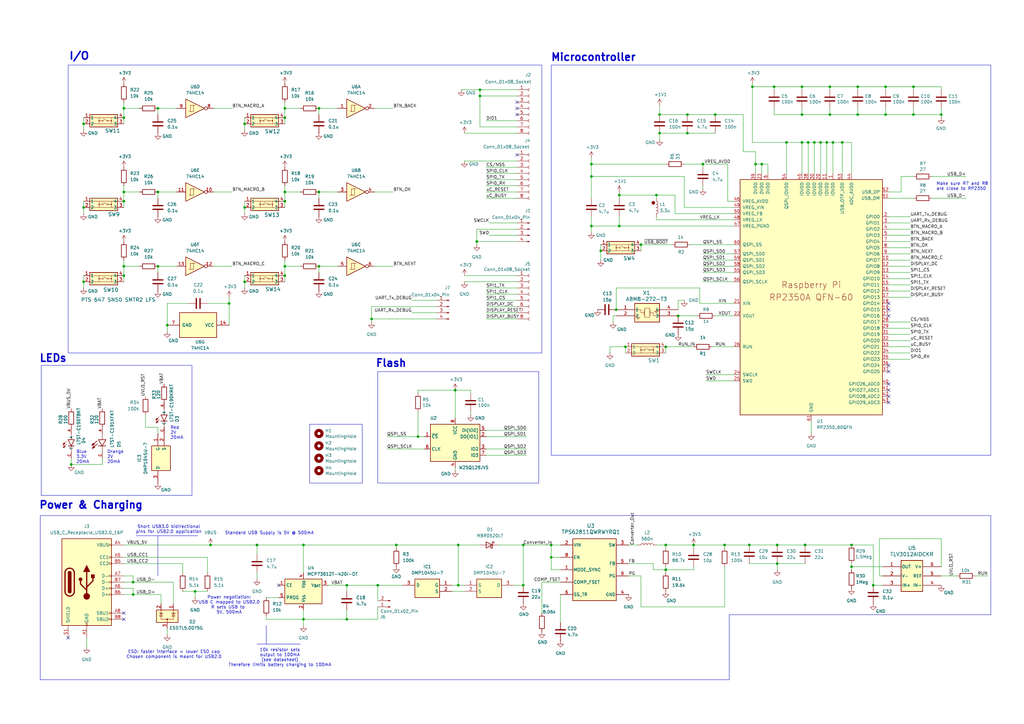
<source format=kicad_sch>
(kicad_sch (version 20231120) (generator "eeschema") (generator_version "8.0")
  (paper "A3")
  (title_block (title "VoidLink") (rev "V1") (company "RF Doom"))
  (junction (at 54.61 243.84))
  (junction (at 336.55 58.42))
  (junction (at 340.36 35.56))
  (junction (at 152.4 130.81))
  (junction (at 100.33 85.09))
  (junction (at 130.81 44.45))
  (junction (at 64.77 78.74))
  (junction (at 351.79 46.99))
  (junction (at 273.05 142.24))
  (junction (at 29.21 190.5))
  (junction (at 50.8 113.03))
  (junction (at 105.41 223.52))
  (junction (at 130.81 109.22))
  (junction (at 130.81 78.74))
  (junction (at 284.48 223.52))
  (junction (at 318.77 231.14))
  (junction (at 349.25 232.41))
  (junction (at 116.84 48.26))
  (junction (at 242.57 72.39))
  (junction (at 50.8 78.74))
  (junction (at 187.96 223.52))
  (junction (at 116.84 78.74))
  (junction (at 226.06 223.52))
  (junction (at 68.58 133.35))
  (junction (at 351.79 35.56))
  (junction (at 64.77 44.45))
  (junction (at 330.2 223.52))
  (junction (at 358.14 240.03))
  (junction (at 297.18 223.52))
  (junction (at 34.29 115.57))
  (junction (at 214.63 223.52))
  (junction (at 171.45 179.07))
  (junction (at 50.8 48.26))
  (junction (at 281.94 46.99))
  (junction (at 86.36 223.52))
  (junction (at 345.44 58.42))
  (junction (at 254 80.01))
  (junction (at 196.85 36.83))
  (junction (at 308.61 35.56))
  (junction (at 339.09 58.42))
  (junction (at 226.06 228.6))
  (junction (at 340.36 46.99))
  (junction (at 331.47 58.42))
  (junction (at 317.5 35.56))
  (junction (at 328.93 35.56))
  (junction (at 334.01 58.42))
  (junction (at 269.24 80.01))
  (junction (at 50.8 109.22))
  (junction (at 116.84 82.55))
  (junction (at 187.96 240.03))
  (junction (at 246.38 102.87))
  (junction (at 328.93 58.42))
  (junction (at 256.54 142.24))
  (junction (at 195.58 99.06))
  (junction (at 50.8 44.45))
  (junction (at 270.51 46.99))
  (junction (at 196.85 39.37))
  (junction (at 242.57 67.31))
  (junction (at 116.84 113.03))
  (junction (at 242.57 92.71))
  (junction (at 50.8 82.55))
  (junction (at 270.51 54.61))
  (junction (at 124.46 223.52))
  (junction (at 162.56 223.52))
  (junction (at 54.61 238.76))
  (junction (at 252.73 127))
  (junction (at 142.24 254))
  (junction (at 273.05 233.68))
  (junction (at 100.33 115.57))
  (junction (at 374.65 35.56))
  (junction (at 100.33 50.8))
  (junction (at 322.58 58.42))
  (junction (at 93.98 124.46))
  (junction (at 363.22 46.99))
  (junction (at 318.77 223.52))
  (junction (at 293.37 46.99))
  (junction (at 307.34 223.52))
  (junction (at 278.13 129.54))
  (junction (at 309.88 67.31))
  (junction (at 312.42 67.31))
  (junction (at 281.94 54.61))
  (junction (at 142.24 240.03))
  (junction (at 328.93 46.99))
  (junction (at 262.89 100.33))
  (junction (at 349.25 223.52))
  (junction (at 34.29 85.09))
  (junction (at 154.94 240.03))
  (junction (at 124.46 254))
  (junction (at 116.84 109.22))
  (junction (at 64.77 109.22))
  (junction (at 254 92.71))
  (junction (at 80.01 242.57))
  (junction (at 386.08 46.99))
  (junction (at 363.22 35.56))
  (junction (at 374.65 46.99))
  (junction (at 34.29 50.8))
  (junction (at 186.69 160.02))
  (junction (at 288.29 67.31))
  (junction (at 116.84 44.45))
  (junction (at 273.05 223.52))
  (junction (at 341.63 58.42))
  (junction (at 214.63 240.03))
  (no_connect (at 364.49 149.86))
  (no_connect (at 364.49 152.4))
  (no_connect (at 27.94 261.62))
  (no_connect (at 364.49 157.48))
  (no_connect (at 50.8 254))
  (no_connect (at 50.8 251.46))
  (no_connect (at 114.3 240.03))
  (no_connect (at 212.09 46.99))
  (no_connect (at 364.49 124.46))
  (no_connect (at 364.49 162.56))
  (no_connect (at 364.49 165.1))
  (no_connect (at 212.09 41.91))
  (no_connect (at 212.09 63.5))
  (no_connect (at 364.49 127))
  (no_connect (at 364.49 129.54))
  (no_connect (at 364.49 160.02))
  (no_connect (at 212.09 44.45))
  (wire (pts (xy 374.65 44.45) (xy 374.65 46.99)))
  (wire (pts (xy 273.05 142.24) (xy 273.05 144.78)))
  (wire (pts (xy 369.57 72.39) (xy 374.65 72.39)))
  (wire (pts (xy 364.49 99.06) (xy 373.38 99.06)))
  (wire (pts (xy 328.93 35.56) (xy 340.36 35.56)))
  (wire (pts (xy 134.62 240.03) (xy 142.24 240.03)))
  (wire (pts (xy 340.36 36.83) (xy 340.36 35.56)))
  (wire (pts (xy 363.22 46.99) (xy 351.79 46.99)))
  (wire (pts (xy 214.63 223.52) (xy 226.06 223.52)))
  (wire (pts (xy 105.41 223.52) (xy 105.41 227.33)))
  (wire (pts (xy 50.8 241.3) (xy 54.61 241.3)))
  (wire (pts (xy 297.18 223.52) (xy 297.18 224.79)))
  (wire (pts (xy 317.5 44.45) (xy 317.5 46.99)))
  (wire (pts (xy 212.09 91.44) (xy 200.66 91.44)))
  (wire (pts (xy 100.33 50.8) (xy 100.33 53.34)))
  (wire (pts (xy 345.44 71.12) (xy 345.44 58.42)))
  (wire (pts (xy 281.94 54.61) (xy 293.37 54.61)))
  (wire (pts (xy 199.39 71.12) (xy 212.09 71.12)))
  (wire (pts (xy 270.51 54.61) (xy 270.51 57.15)))
  (wire (pts (xy 364.49 106.68) (xy 373.38 106.68)))
  (wire (pts (xy 269.24 90.17) (xy 300.99 90.17)))
  (wire (pts (xy 124.46 223.52) (xy 162.56 223.52)))
  (wire (pts (xy 80.01 242.57) (xy 80.01 245.11)))
  (wire (pts (xy 116.84 44.45) (xy 116.84 48.26)))
  (wire (pts (xy 68.58 124.46) (xy 68.58 133.35)))
  (wire (pts (xy 142.24 254) (xy 154.94 254)))
  (wire (pts (xy 309.88 62.23) (xy 309.88 67.31)))
  (wire (pts (xy 364.49 147.32) (xy 373.38 147.32)))
  (wire (pts (xy 154.94 240.03) (xy 165.1 240.03)))
  (wire (pts (xy 284.48 223.52) (xy 284.48 224.79)))
  (wire (pts (xy 171.45 168.91) (xy 171.45 179.07)))
  (wire (pts (xy 196.85 39.37) (xy 196.85 52.07)))
  (wire (pts (xy 288.29 111.76) (xy 300.99 111.76)))
  (wire (pts (xy 130.81 109.22) (xy 130.81 111.76)))
  (wire (pts (xy 351.79 44.45) (xy 351.79 46.99)))
  (polyline (pts (xy 299.085 252.095) (xy 299.085 255.905)))
  (wire (pts (xy 317.5 36.83) (xy 317.5 35.56)))
  (wire (pts (xy 185.42 240.03) (xy 187.96 240.03)))
  (wire (pts (xy 50.8 236.22) (xy 54.61 236.22)))
  (wire (pts (xy 363.22 36.83) (xy 363.22 35.56)))
  (wire (pts (xy 289.56 156.21) (xy 300.99 156.21)))
  (wire (pts (xy 54.61 238.76) (xy 71.12 238.76)))
  (wire (pts (xy 29.21 187.96) (xy 29.21 190.5)))
  (wire (pts (xy 171.45 160.02) (xy 186.69 160.02)))
  (wire (pts (xy 262.89 236.22) (xy 262.89 248.92)))
  (wire (pts (xy 57.15 109.22) (xy 50.8 109.22)))
  (wire (pts (xy 72.39 109.22) (xy 64.77 109.22)))
  (wire (pts (xy 308.61 34.29) (xy 308.61 35.56)))
  (wire (pts (xy 318.77 231.14) (xy 330.2 231.14)))
  (wire (pts (xy 304.8 46.99) (xy 304.8 62.23)))
  (wire (pts (xy 54.61 236.22) (xy 54.61 238.76)))
  (wire (pts (xy 270.51 43.18) (xy 270.51 46.99)))
  (wire (pts (xy 77.47 124.46) (xy 68.58 124.46)))
  (wire (pts (xy 34.29 115.57) (xy 34.29 118.11)))
  (wire (pts (xy 142.24 240.03) (xy 142.24 242.57)))
  (wire (pts (xy 68.58 257.81) (xy 68.58 260.35)))
  (wire (pts (xy 284.48 233.68) (xy 284.48 232.41)))
  (wire (pts (xy 190.5 113.03) (xy 212.09 113.03)))
  (wire (pts (xy 196.85 36.83) (xy 196.85 39.37)))
  (wire (pts (xy 50.8 113.03) (xy 50.8 115.57)))
  (polyline (pts (xy 16.51 211.455) (xy 16.51 278.765)))
  (wire (pts (xy 349.25 223.52) (xy 358.14 223.52)))
  (wire (pts (xy 293.37 129.54) (xy 300.99 129.54)))
  (wire (pts (xy 100.33 48.26) (xy 100.33 50.8)))
  (wire (pts (xy 199.39 120.65) (xy 212.09 120.65)))
  (wire (pts (xy 281.94 46.99) (xy 293.37 46.99)))
  (wire (pts (xy 50.8 109.22) (xy 50.8 106.68)))
  (wire (pts (xy 252.73 129.54) (xy 251.46 129.54)))
  (wire (pts (xy 304.8 62.23) (xy 309.88 62.23)))
  (wire (pts (xy 142.24 254) (xy 142.24 250.19)))
  (wire (pts (xy 364.49 119.38) (xy 373.38 119.38)))
  (wire (pts (xy 171.45 179.07) (xy 173.99 179.07)))
  (polyline (pts (xy 16.51 211.455) (xy 406.4 211.455)))
  (wire (pts (xy 288.29 67.31) (xy 288.29 68.58)))
  (wire (pts (xy 284.48 223.52) (xy 297.18 223.52)))
  (wire (pts (xy 87.63 78.74) (xy 95.25 78.74)))
  (wire (pts (xy 199.39 76.2) (xy 212.09 76.2)))
  (wire (pts (xy 196.85 223.52) (xy 187.96 223.52)))
  (wire (pts (xy 276.86 87.63) (xy 276.86 80.01)))
  (wire (pts (xy 364.49 93.98) (xy 373.38 93.98)))
  (wire (pts (xy 322.58 58.42) (xy 328.93 58.42)))
  (wire (pts (xy 267.97 233.68) (xy 267.97 231.14)))
  (wire (pts (xy 85.09 228.6) (xy 85.09 234.95)))
  (wire (pts (xy 199.39 68.58) (xy 212.09 68.58)))
  (wire (pts (xy 364.49 114.3) (xy 373.38 114.3)))
  (wire (pts (xy 138.43 44.45) (xy 130.81 44.45)))
  (wire (pts (xy 226.06 228.6) (xy 226.06 233.68)))
  (wire (pts (xy 66.04 243.84) (xy 66.04 247.65)))
  (wire (pts (xy 123.19 78.74) (xy 116.84 78.74)))
  (polyline (pts (xy 406.4 252.095) (xy 406.4 211.455)))
  (wire (pts (xy 331.47 58.42) (xy 334.01 58.42)))
  (wire (pts (xy 199.39 184.15) (xy 215.9 184.15)))
  (wire (pts (xy 154.94 248.92) (xy 154.94 254)))
  (wire (pts (xy 273.05 233.68) (xy 267.97 233.68)))
  (wire (pts (xy 158.75 184.15) (xy 173.99 184.15)))
  (wire (pts (xy 242.57 67.31) (xy 242.57 72.39)))
  (wire (pts (xy 374.65 46.99) (xy 386.08 46.99)))
  (wire (pts (xy 153.67 78.74) (xy 161.29 78.74)))
  (wire (pts (xy 280.67 67.31) (xy 288.29 67.31)))
  (wire (pts (xy 308.61 35.56) (xy 308.61 58.42)))
  (wire (pts (xy 186.69 160.02) (xy 186.69 171.45)))
  (wire (pts (xy 297.18 223.52) (xy 307.34 223.52)))
  (wire (pts (xy 214.63 240.03) (xy 210.82 240.03)))
  (wire (pts (xy 105.41 223.52) (xy 124.46 223.52)))
  (wire (pts (xy 364.49 134.62) (xy 373.38 134.62)))
  (wire (pts (xy 171.45 161.29) (xy 171.45 160.02)))
  (wire (pts (xy 363.22 35.56) (xy 374.65 35.56)))
  (wire (pts (xy 242.57 67.31) (xy 273.05 67.31)))
  (wire (pts (xy 222.25 238.76) (xy 222.25 251.46)))
  (wire (pts (xy 254 81.28) (xy 254 80.01)))
  (wire (pts (xy 317.5 35.56) (xy 328.93 35.56)))
  (wire (pts (xy 109.22 245.11) (xy 114.3 245.11)))
  (wire (pts (xy 374.65 46.99) (xy 363.22 46.99)))
  (wire (pts (xy 269.24 90.17) (xy 269.24 88.9)))
  (wire (pts (xy 116.84 44.45) (xy 116.84 41.91)))
  (wire (pts (xy 254 80.01) (xy 269.24 80.01)))
  (wire (pts (xy 386.08 44.45) (xy 386.08 46.99)))
  (wire (pts (xy 364.49 78.74) (xy 369.57 78.74)))
  (wire (pts (xy 322.58 71.12) (xy 322.58 58.42)))
  (wire (pts (xy 349.25 58.42) (xy 349.25 71.12)))
  (wire (pts (xy 152.4 125.73) (xy 152.4 130.81)))
  (wire (pts (xy 71.12 238.76) (xy 71.12 247.65)))
  (wire (pts (xy 162.56 223.52) (xy 162.56 224.79)))
  (wire (pts (xy 50.8 44.45) (xy 50.8 41.91)))
  (wire (pts (xy 189.23 36.83) (xy 196.85 36.83)))
  (wire (pts (xy 269.24 80.01) (xy 269.24 81.28)))
  (wire (pts (xy 87.63 109.22) (xy 95.25 109.22)))
  (wire (pts (xy 278.13 123.19) (xy 280.67 123.19)))
  (wire (pts (xy 382.27 81.28) (xy 396.24 81.28)))
  (wire (pts (xy 195.58 99.06) (xy 195.58 100.33)))
  (wire (pts (xy 283.21 100.33) (xy 300.99 100.33)))
  (wire (pts (xy 262.89 100.33) (xy 262.89 102.87)))
  (wire (pts (xy 50.8 82.55) (xy 50.8 85.09)))
  (wire (pts (xy 212.09 73.66) (xy 199.39 73.66)))
  (wire (pts (xy 87.63 44.45) (xy 95.25 44.45)))
  (wire (pts (xy 50.8 109.22) (xy 50.8 113.03)))
  (wire (pts (xy 100.33 113.03) (xy 100.33 115.57)))
  (wire (pts (xy 307.34 223.52) (xy 318.77 223.52)))
  (wire (pts (xy 212.09 93.98) (xy 195.58 93.98)))
  (wire (pts (xy 340.36 46.99) (xy 328.93 46.99)))
  (wire (pts (xy 168.91 123.19) (xy 179.07 123.19)))
  (wire (pts (xy 341.63 58.42) (xy 341.63 71.12)))
  (wire (pts (xy 124.46 250.19) (xy 124.46 254)))
  (wire (pts (xy 100.33 82.55) (xy 100.33 85.09)))
  (wire (pts (xy 351.79 46.99) (xy 340.36 46.99)))
  (wire (pts (xy 288.29 77.47) (xy 288.29 76.2)))
  (wire (pts (xy 349.25 232.41) (xy 349.25 233.68)))
  (wire (pts (xy 332.74 172.72) (xy 332.74 177.8)))
  (wire (pts (xy 340.36 44.45) (xy 340.36 46.99)))
  (polyline (pts (xy 299.085 278.765) (xy 299.085 255.905)))
  (wire (pts (xy 287.02 124.46) (xy 287.02 118.11)))
  (wire (pts (xy 361.95 240.03) (xy 358.14 240.03)))
  (wire (pts (xy 330.2 223.52) (xy 349.25 223.52)))
  (wire (pts (xy 307.34 231.14) (xy 318.77 231.14)))
  (wire (pts (xy 57.15 78.74) (xy 50.8 78.74)))
  (wire (pts (xy 273.05 223.52) (xy 273.05 224.79)))
  (wire (pts (xy 116.84 109.22) (xy 116.84 106.68)))
  (wire (pts (xy 273.05 142.24) (xy 284.48 142.24)))
  (wire (pts (xy 278.13 127) (xy 278.13 123.19)))
  (wire (pts (xy 123.19 44.45) (xy 116.84 44.45)))
  (wire (pts (xy 116.84 113.03) (xy 116.84 115.57)))
  (wire (pts (xy 54.61 241.3) (xy 54.61 243.84)))
  (wire (pts (xy 257.81 231.14) (xy 267.97 231.14)))
  (wire (pts (xy 212.09 123.19) (xy 199.39 123.19)))
  (wire (pts (xy 74.93 242.57) (xy 80.01 242.57)))
  (wire (pts (xy 246.38 100.33) (xy 246.38 102.87)))
  (wire (pts (xy 386.08 236.22) (xy 392.43 236.22)))
  (wire (pts (xy 187.96 240.03) (xy 190.5 240.03)))
  (wire (pts (xy 130.81 78.74) (xy 130.81 81.28)))
  (wire (pts (xy 214.63 223.52) (xy 214.63 240.03)))
  (wire (pts (xy 72.39 44.45) (xy 64.77 44.45)))
  (wire (pts (xy 34.29 50.8) (xy 34.29 53.34)))
  (wire (pts (xy 242.57 72.39) (xy 280.67 72.39)))
  (polyline (pts (xy 109.22 256.54) (xy 109.22 264.16)))
  (wire (pts (xy 339.09 58.42) (xy 341.63 58.42)))
  (wire (pts (xy 54.61 243.84) (xy 66.04 243.84)))
  (wire (pts (xy 190.5 66.04) (xy 212.09 66.04)))
  (wire (pts (xy 339.09 71.12) (xy 339.09 58.42)))
  (wire (pts (xy 50.8 78.74) (xy 50.8 82.55)))
  (wire (pts (xy 50.8 238.76) (xy 54.61 238.76)))
  (wire (pts (xy 351.79 35.56) (xy 363.22 35.56)))
  (wire (pts (xy 364.49 137.16) (xy 373.38 137.16)))
  (wire (pts (xy 242.57 92.71) (xy 254 92.71)))
  (wire (pts (xy 364.49 121.92) (xy 373.38 121.92)))
  (wire (pts (xy 123.19 109.22) (xy 116.84 109.22)))
  (wire (pts (xy 152.4 130.81) (xy 179.07 130.81)))
  (wire (pts (xy 386.08 36.83) (xy 386.08 35.56)))
  (wire (pts (xy 298.45 67.31) (xy 298.45 82.55)))
  (wire (pts (xy 292.1 142.24) (xy 300.99 142.24)))
  (wire (pts (xy 328.93 36.83) (xy 328.93 35.56)))
  (wire (pts (xy 288.29 104.14) (xy 300.99 104.14)))
  (wire (pts (xy 229.87 233.68) (xy 226.06 233.68)))
  (wire (pts (xy 349.25 232.41) (xy 361.95 232.41)))
  (wire (pts (xy 50.8 44.45) (xy 50.8 48.26)))
  (wire (pts (xy 364.49 144.78) (xy 373.38 144.78)))
  (wire (pts (xy 312.42 67.31) (xy 312.42 71.12)))
  (wire (pts (xy 153.67 109.22) (xy 161.29 109.22)))
  (wire (pts (xy 190.5 115.57) (xy 212.09 115.57)))
  (wire (pts (xy 364.49 139.7) (xy 373.38 139.7)))
  (wire (pts (xy 256.54 142.24) (xy 256.54 144.78)))
  (wire (pts (xy 364.49 91.44) (xy 373.38 91.44)))
  (wire (pts (xy 229.87 238.76) (xy 222.25 238.76)))
  (wire (pts (xy 64.77 175.26) (xy 59.69 175.26)))
  (wire (pts (xy 187.96 223.52) (xy 187.96 240.03)))
  (wire (pts (xy 199.39 176.53) (xy 215.9 176.53)))
  (polyline (pts (xy 16.51 278.765) (xy 299.085 278.765)))
  (wire (pts (xy 309.88 67.31) (xy 312.42 67.31)))
  (wire (pts (xy 288.29 106.68) (xy 300.99 106.68)))
  (wire (pts (xy 35.56 265.43) (xy 35.56 261.62)))
  (wire (pts (xy 331.47 71.12) (xy 331.47 58.42)))
  (wire (pts (xy 152.4 130.81) (xy 152.4 132.08)))
  (wire (pts (xy 250.19 142.24) (xy 250.19 144.78)))
  (wire (pts (xy 41.91 187.96) (xy 41.91 190.5)))
  (wire (pts (xy 229.87 243.84) (xy 229.87 255.27)))
  (wire (pts (xy 242.57 88.9) (xy 242.57 92.71)))
  (wire (pts (xy 154.94 240.03) (xy 154.94 246.38)))
  (wire (pts (xy 273.05 223.52) (xy 284.48 223.52)))
  (wire (pts (xy 334.01 71.12) (xy 334.01 58.42)))
  (wire (pts (xy 212.09 96.52) (xy 200.66 96.52)))
  (wire (pts (xy 364.49 116.84) (xy 373.38 116.84)))
  (wire (pts (xy 226.06 228.6) (xy 226.06 223.52)))
  (wire (pts (xy 193.04 168.91) (xy 193.04 170.18)))
  (wire (pts (xy 262.89 248.92) (xy 297.18 248.92)))
  (wire (pts (xy 124.46 254) (xy 124.46 256.54)))
  (wire (pts (xy 86.36 223.52) (xy 105.41 223.52)))
  (wire (pts (xy 29.21 190.5) (xy 41.91 190.5)))
  (wire (pts (xy 336.55 71.12) (xy 336.55 58.42)))
  (wire (pts (xy 130.81 44.45) (xy 130.81 46.99)))
  (wire (pts (xy 364.49 88.9) (xy 373.38 88.9)))
  (wire (pts (xy 199.39 186.69) (xy 215.9 186.69)))
  (wire (pts (xy 80.01 242.57) (xy 85.09 242.57)))
  (wire (pts (xy 288.29 115.57) (xy 300.99 115.57)))
  (polyline (pts (xy 299.085 252.095) (xy 406.4 252.095)))
  (wire (pts (xy 68.58 133.35) (xy 68.58 135.89)))
  (polyline (pts (xy 55.753 219.71) (xy 81.153 219.71)))
  (wire (pts (xy 328.93 44.45) (xy 328.93 46.99)))
  (wire (pts (xy 257.81 223.52) (xy 261.62 223.52)))
  (wire (pts (xy 250.19 142.24) (xy 256.54 142.24)))
  (wire (pts (xy 360.68 236.22) (xy 360.68 220.98)))
  (wire (pts (xy 288.29 67.31) (xy 298.45 67.31)))
  (wire (pts (xy 34.29 82.55) (xy 34.29 85.09)))
  (wire (pts (xy 34.29 48.26) (xy 34.29 50.8)))
  (wire (pts (xy 297.18 232.41) (xy 297.18 248.92)))
  (wire (pts (xy 360.68 220.98) (xy 386.08 220.98)))
  (wire (pts (xy 158.75 179.07) (xy 171.45 179.07)))
  (wire (pts (xy 199.39 49.53) (xy 212.09 49.53)))
  (wire (pts (xy 34.29 85.09) (xy 34.29 87.63)))
  (wire (pts (xy 100.33 115.57) (xy 100.33 118.11)))
  (wire (pts (xy 363.22 44.45) (xy 363.22 46.99)))
  (wire (pts (xy 369.57 72.39) (xy 369.57 78.74)))
  (wire (pts (xy 124.46 254) (xy 142.24 254)))
  (wire (pts (xy 270.51 54.61) (xy 281.94 54.61)))
  (wire (pts (xy 328.93 46.99) (xy 317.5 46.99)))
  (wire (pts (xy 105.41 234.95) (xy 105.41 237.49)))
  (wire (pts (xy 364.49 101.6) (xy 373.38 101.6)))
  (wire (pts (xy 246.38 106.68) (xy 246.38 102.87)))
  (wire (pts (xy 314.96 67.31) (xy 314.96 71.12)))
  (wire (pts (xy 116.84 78.74) (xy 116.84 76.2)))
  (wire (pts (xy 64.77 177.8) (xy 64.77 175.26)))
  (wire (pts (xy 364.49 104.14) (xy 373.38 104.14)))
  (wire (pts (xy 153.67 44.45) (xy 161.29 44.45)))
  (wire (pts (xy 364.49 142.24) (xy 373.38 142.24)))
  (wire (pts (xy 270.51 46.99) (xy 281.94 46.99)))
  (wire (pts (xy 289.56 153.67) (xy 300.99 153.67)))
  (wire (pts (xy 199.39 78.74) (xy 212.09 78.74)))
  (wire (pts (xy 93.98 133.35) (xy 93.98 124.46)))
  (wire (pts (xy 340.36 35.56) (xy 351.79 35.56)))
  (wire (pts (xy 293.37 46.99) (xy 304.8 46.99)))
  (wire (pts (xy 364.49 132.08) (xy 373.38 132.08)))
  (wire (pts (xy 252.73 118.11) (xy 252.73 127)))
  (wire (pts (xy 334.01 58.42) (xy 336.55 58.42)))
  (wire (pts (xy 72.39 78.74) (xy 64.77 78.74)))
  (wire (pts (xy 199.39 179.07) (xy 215.9 179.07)))
  (wire (pts (xy 318.77 231.14) (xy 318.77 233.68)))
  (wire (pts (xy 242.57 92.71) (xy 242.57 95.25)))
  (wire (pts (xy 336.55 58.42) (xy 339.09 58.42)))
  (wire (pts (xy 386.08 220.98) (xy 386.08 232.41)))
  (wire (pts (xy 257.81 236.22) (xy 262.89 236.22)))
  (wire (pts (xy 242.57 64.77) (xy 242.57 67.31)))
  (wire (pts (xy 345.44 58.42) (xy 349.25 58.42)))
  (wire (pts (xy 186.69 191.77) (xy 186.69 193.04)))
  (wire (pts (xy 374.65 35.56) (xy 386.08 35.56)))
  (wire (pts (xy 358.14 240.03) (xy 358.14 223.52)))
  (wire (pts (xy 287.02 118.11) (xy 252.73 118.11)))
  (wire (pts (xy 59.69 170.18) (xy 59.69 175.26)))
  (wire (pts (xy 287.02 124.46) (xy 300.99 124.46)))
  (wire (pts (xy 374.65 36.83) (xy 374.65 35.56)))
  (wire (pts (xy 64.77 109.22) (xy 64.77 111.76)))
  (wire (pts (xy 318.77 223.52) (xy 330.2 223.52)))
  (wire (pts (xy 212.09 52.07) (xy 196.85 52.07)))
  (wire (pts (xy 74.93 234.95) (xy 74.93 231.14)))
  (wire (pts (xy 308.61 58.42) (xy 322.58 58.42)))
  (wire (pts (xy 50.8 243.84) (xy 54.61 243.84)))
  (wire (pts (xy 341.63 58.42) (xy 345.44 58.42)))
  (wire (pts (xy 328.93 58.42) (xy 331.47 58.42)))
  (wire (pts (xy 386.08 46.99) (xy 386.08 48.26)))
  (wire (pts (xy 273.05 233.68) (xy 284.48 233.68)))
  (polyline (pts (xy 105.41 264.16) (xy 123.19 264.16)))
  (wire (pts (xy 312.42 67.31) (xy 314.96 67.31)))
  (wire (pts (xy 212.09 36.83) (xy 196.85 36.83)))
  (wire (pts (xy 212.09 39.37) (xy 196.85 39.37)))
  (wire (pts (xy 308.61 35.56) (xy 317.5 35.56)))
  (wire (pts (xy 280.67 85.09) (xy 300.99 85.09)))
  (wire (pts (xy 226.06 223.52) (xy 229.87 223.52)))
  (wire (pts (xy 364.49 96.52) (xy 373.38 96.52)))
  (wire (pts (xy 309.88 67.31) (xy 309.88 71.12)))
  (wire (pts (xy 116.84 82.55) (xy 116.84 85.09)))
  (wire (pts (xy 199.39 81.28) (xy 212.09 81.28)))
  (wire (pts (xy 204.47 223.52) (xy 214.63 223.52)))
  (wire (pts (xy 199.39 118.11) (xy 212.09 118.11)))
  (wire (pts (xy 93.98 121.92) (xy 93.98 124.46)))
  (wire (pts (xy 212.09 99.06) (xy 195.58 99.06)))
  (wire (pts (xy 199.39 128.27) (xy 212.09 128.27)))
  (wire (pts (xy 116.84 48.26) (xy 116.84 50.8)))
  (wire (pts (xy 64.77 44.45) (xy 64.77 46.99)))
  (wire (pts (xy 152.4 125.73) (xy 179.07 125.73)))
  (wire (pts (xy 229.87 228.6) (xy 226.06 228.6)))
  (wire (pts (xy 57.15 44.45) (xy 50.8 44.45)))
  (wire (pts (xy 300.99 87.63) (xy 276.86 87.63)))
  (wire (pts (xy 50.8 228.6) (xy 85.09 228.6)))
  (wire (pts (xy 280.67 72.39) (xy 280.67 85.09)))
  (wire (pts (xy 400.05 236.22) (xy 405.13 236.22)))
  (wire (pts (xy 288.29 109.22) (xy 300.99 109.22)))
  (wire (pts (xy 364.49 111.76) (xy 373.38 111.76)))
  (wire (pts (xy 328.93 71.12) (xy 328.93 58.42)))
  (wire (pts (xy 190.5 54.61) (xy 212.09 54.61)))
  (wire (pts (xy 109.22 252.73) (xy 109.22 254)))
  (wire (pts (xy 361.95 236.22) (xy 360.68 236.22)))
  (wire (pts (xy 193.04 160.02) (xy 186.69 160.02)))
  (wire (pts (xy 269.24 223.52) (xy 273.05 223.52)))
  (wire (pts (xy 168.91 128.27) (xy 179.07 128.27)))
  (wire (pts (xy 199.39 130.81) (xy 212.09 130.81)))
  (wire (pts (xy 382.27 72.39) (xy 396.24 72.39)))
  (wire (pts (xy 50.8 78.74) (xy 50.8 76.2)))
  (wire (pts (xy 273.05 233.68) (xy 273.05 234.95)))
  (wire (pts (xy 116.84 109.22) (xy 116.84 113.03)))
  (wire (pts (xy 124.46 234.95) (xy 124.46 223.52)))
  (wire (pts (xy 199.39 125.73) (xy 212.09 125.73)))
  (wire (pts (xy 242.57 72.39) (xy 242.57 81.28)))
  (wire (pts (xy 100.33 85.09) (xy 100.33 87.63)))
  (wire (pts (xy 364.49 81.28) (xy 374.65 81.28)))
  (wire (pts (xy 50.8 223.52) (xy 86.36 223.52)))
  (wire (pts (xy 138.43 78.74) (xy 130.81 78.74)))
  (wire (pts (xy 185.42 242.57) (xy 190.5 242.57)))
  (wire (pts (xy 273.05 232.41) (xy 273.05 233.68)))
  (wire (pts (xy 64.77 78.74) (xy 64.77 81.28)))
  (wire (pts (xy 278.13 129.54) (xy 285.75 129.54)))
  (wire (pts (xy 50.8 48.26) (xy 50.8 50.8)))
  (wire (pts (xy 254 88.9) (xy 254 92.71)))
  (wire (pts (xy 50.8 231.14) (xy 74.93 231.14)))
  (wire (pts (xy 364.49 109.22) (xy 373.38 109.22)))
  (wire (pts (xy 162.56 223.52) (xy 187.96 223.52)))
  (wire (pts (xy 109.22 254) (xy 124.46 254)))
  (wire (pts (xy 276.86 80.01) (xy 269.24 80.01)))
  (wire (pts (xy 93.98 124.46) (xy 85.09 124.46)))
  (wire (pts (xy 195.58 93.98) (xy 195.58 99.06)))
  (wire (pts (xy 254 92.71) (xy 300.99 92.71)))
  (polyline (pts (xy 64.77 236.22) (xy 64.77 219.71)))
  (wire (pts (xy 138.43 109.22) (xy 130.81 109.22)))
  (wire (pts (xy 34.29 113.03) (xy 34.29 115.57)))
  (wire (pts (xy 262.89 100.33) (xy 275.59 100.33)))
  (wire (pts (xy 142.24 240.03) (xy 154.94 240.03)))
  (wire (pts (xy 351.79 36.83) (xy 351.79 35.56)))
  (wire (pts (xy 298.45 82.55) (xy 300.99 82.55)))
  (wire (pts (xy 251.46 129.54) (xy 251.46 132.08)))
  (wire (pts (xy 193.04 161.29) (xy 193.04 160.02)))
  (wire (pts (xy 254 78.74) (xy 254 80.01)))
  (wire (pts (xy 349.25 231.14) (xy 349.25 232.41)))
  (wire (pts (xy 116.84 78.74) (xy 116.84 82.55)))
  (rectangle (start 226.06 26.67) (end 406.4 186.69))
  (circle (center 267.97 83.185) (radius 0.635) (stroke (width 0) (color 132 0 0 1)) (fill (type color) (color 132 0 0 1)))
  (rectangle (start 154.94 152.4) (end 220.98 198.12))
  (rectangle (start 27.94 26.67) (end 222.25 144.78))
  (rectangle (start 127 173.99) (end 148.59 198.12))
  (rectangle (start 16.891 149.86) (end 78.74 203.2))
  (text "Flash" (at 153.924 150.876 0) (effects (font (size 3.048 3.048) (thickness 0.6096) (bold yes)) (justify left bottom)))
  (text "10k resistor sets\noutput to 100mA\n(see datasheet)\nTherefore limits battery charging to 100mA" (at 114.808 269.748 0) (effects (font (size 1.27 1.27))))
  (text "LEDs" (at 16.002 148.844 0) (effects (font (size 3.048 3.048) (thickness 0.6096) (bold yes)) (justify left bottom)))
  (text "Standard USB Supply is 5V @ 500mA" (at 110.49 218.694 0) (effects (font (size 1.27 1.27))))
  (text "Power negotiation:\nUSB C mapped to USB2.0\nR sets USB to \n5V, 500mA" (at 93.98 248.158 0) (effects (font (size 1.27 1.27))))
  (text "ESD: faster interface = lower ESD cap\nChosen component is meant for USB2.0" (at 71.374 268.478 0) (effects (font (size 1.27 1.27))))
  (text "Make sure R7 and R8 \nare close to RP2350\n" (at 384.048 78.232 0) (effects (font (size 1.27 1.27)) (justify left bottom)))
  (text "Short USB3.0 bidirectional\npins for USB2.0 application" (at 69.215 217.17 0) (effects (font (size 1.27 1.27))))
  (text "I/O" (at 28.194 24.892 0) (effects (font (size 3.048 3.048) (thickness 0.6096) (bold yes)) (justify left bottom)))
  (text "Orange\n2V\n20mA" (at 43.942 187.452 0) (effects (font (size 1.27 1.27)) (justify left)))
  (text "Red\n2V\n20mA" (at 69.85 177.546 0) (effects (font (size 1.27 1.27)) (justify left)))
  (text "Power & Charging" (at 37.338 207.264 0) (effects (font (size 3.048 3.048) (thickness 0.6096) (bold yes))))
  (text "Blue\n3.3V\n20mA" (at 31.242 187.452 0) (effects (font (size 1.27 1.27)) (justify left)))
  (text "Microcontroller" (at 225.806 25.4 0) (effects (font (size 3.048 3.048) (thickness 0.6096) (bold yes)) (justify left bottom)))
  (label "UART_Rx_DEBUG" (at 168.91 128.27 180))
  (label "PG" (at 257.81 236.22 0))
  (label "QSPI_SCLK" (at 288.29 115.57 0))
  (label "SPI0_TX" (at 199.39 73.66 0))
  (label "BTN_MACRO_A" (at 373.38 93.98 0))
  (label "CS{slash}NSS" (at 199.39 68.58 0))
  (label "USB_D+" (at 55.88 243.84 0))
  (label "SWD" (at 200.66 96.52 180))
  (label "USB_D-" (at 55.88 238.76 0))
  (label "Converter_Out" (at 260.35 223.52 90))
  (label "QSPI_SD2" (at 288.29 109.22 0))
  (label "QSPI_SD0" (at 288.29 104.14 0))
  (label "~{USB_BOOT}" (at 264.16 100.33 0))
  (label "SPI1_TX" (at 373.38 116.84 0))
  (label "QSPI_SS" (at 288.29 100.33 0))
  (label "UART_Rx_DEBUG" (at 373.38 91.44 0))
  (label "BTN_MACRO_A" (at 95.25 44.45 0))
  (label "DISPLAY_BUSY" (at 199.39 130.81 0))
  (label "QSPI_SD1" (at 288.29 106.68 0))
  (label "UART_Tx_DEBUG" (at 168.91 123.19 180))
  (label "UART_Tx_DEBUG" (at 373.38 88.9 0))
  (label "VBAT" (at 67.31 157.48 90))
  (label "VBUS_5V" (at 29.21 167.64 90))
  (label "UVLO_RST" (at 59.69 162.56 90))
  (label "UVLO_RST" (at 391.16 236.22 90))
  (label "BTN_OK" (at 161.29 78.74 0))
  (label "QSPI_SD3" (at 215.9 186.69 180))
  (label "CS{slash}NSS" (at 373.38 132.08 0))
  (label "QSPI_SCLK" (at 158.75 184.15 0))
  (label "SWD" (at 289.56 156.21 0))
  (label "COMP_FSET" (at 229.87 238.76 180))
  (label "BTN_BACK" (at 161.29 44.45 0))
  (label "DISPLAY_DC" (at 199.39 125.73 0))
  (label "BTN_MACRO_B" (at 95.25 78.74 0))
  (label "SPI0_RX" (at 373.38 147.32 0))
  (label "SPI0_CLK" (at 373.38 134.62 0))
  (label "QSPI_SD3" (at 288.29 111.76 0))
  (label "uC_BUSY" (at 199.39 81.28 0))
  (label "RUN" (at 293.37 142.24 0))
  (label "SPI1_CS" (at 199.39 123.19 0))
  (label "DISPLAY_RESET" (at 199.39 128.27 0))
  (label "VBAT" (at 41.91 167.64 90))
  (label "SPI0_CLK" (at 199.39 71.12 0))
  (label "SWCLK" (at 289.56 153.67 0))
  (label "SPI1_TX" (at 199.39 118.11 0))
  (label "DIO1" (at 199.39 49.53 0))
  (label "RUN" (at 405.13 236.22 180))
  (label "BTN_MACRO_C" (at 373.38 106.68 0))
  (label "FB" (at 257.81 231.14 0))
  (label "SPI0_TX" (at 373.38 137.16 0))
  (label "VBUS_5V" (at 52.07 223.52 0))
  (label "XIN" (at 294.64 124.46 0))
  (label "QSPI_SS" (at 158.75 179.07 0))
  (label "QSPI_SD0" (at 215.9 176.53 180))
  (label "USB_D-" (at 396.24 81.28 180))
  (label "USB_CC1" (at 52.07 228.6 0))
  (label "SPI1_CS" (at 373.38 111.76 0))
  (label "QSPI_SD2" (at 215.9 184.15 180))
  (label "USB_D+" (at 396.24 72.39 180))
  (label "VREG_LX" (at 287.02 90.17 0))
  (label "USB_CC2" (at 52.07 231.14 0))
  (label "DISPLAY_DC" (at 373.38 109.22 0))
  (label "BTN_OK" (at 373.38 101.6 0))
  (label "DIO1" (at 373.38 144.78 0))
  (label "XOUT" (at 294.64 129.54 0))
  (label "BTN_MACRO_B" (at 373.38 96.52 0))
  (label "BTN_NEXT" (at 161.29 109.22 0))
  (label "VBAT" (at 135.89 240.03 0))
  (label "QSPI_SD1" (at 215.9 179.07 180))
  (label "uC_RESET" (at 199.39 78.74 0))
  (label "SWCLK" (at 200.66 91.44 180))
  (label "DISPLAY_BUSY" (at 373.38 121.92 0))
  (label "BTN_MACRO_C" (at 95.25 109.22 0))
  (label "uC_RESET" (at 373.38 139.7 0))
  (label "SPI0_RX" (at 199.39 76.2 0))
  (label "Converter_In" (at 214.63 223.52 0))
  (label "RUN_IN" (at 278.13 142.24 0))
  (label "BTN_BACK" (at 373.38 99.06 0))
  (label "uC_BUSY" (at 373.38 142.24 0))
  (label "DISPLAY_RESET" (at 373.38 119.38 0))
  (label "SPI1_CLK" (at 373.38 114.3 0))
  (label "VREG_AVDD" (at 288.925 67.31 0))
  (label "SPI1_CLK" (at 199.39 120.65 0))
  (label "BTN_NEXT" (at 373.38 104.14 0))
  (symbol (lib_id "Mechanical:MountingHole") (at 130.81 177.8 0) (unit 1) (in_bom no)
    (property "Reference" "H1" (at 133.35 176.6316 0) (effects (justify left)))
    (property "Value" "MountingHole" (at 133.35 178.943 0) (effects (justify left)))
    (property "Footprint" "MountingHole:MountingHole_2.7mm_M2.5" (effects (hide yes)))
  )
  (symbol (lib_id "My_Library:LTST-C190KRKT") (at 67.31 172.72 90) (unit 1)
    (property "Reference" "D3" (at 72.644 170.434 0) (effects (justify right)))
    (property "Value" "LTST-C190KRKT" (at 70.358 157.48 0) (effects (justify right)))
    (property "Footprint" "My_Footprints:LEDC1608X35N_red" (effects (hide yes)))
    (property "LCSC" "C94869" (effects (hide yes)))
  )
  (symbol (lib_id "Mechanical:MountingHole") (at 130.81 193.04 0) (unit 1) (in_bom no)
    (property "Reference" "H4" (at 133.35 191.8716 0) (effects (justify left)))
    (property "Value" "MountingHole" (at 133.35 194.183 0) (effects (justify left)))
    (property "Footprint" "MountingHole:MountingHole_2.7mm_M2.5" (effects (hide yes)))
  )
  (symbol (lib_id "power:GND") (at 229.87 262.89 0) (unit 1)
    (property "Reference" "#PWR046" (effects (hide yes)))
    (property "Value" "GND" (at 229.87 267.97 0))
    (property "Description" "Power symbol creates a global label with name \"GND\" , ground" (effects (hide yes)))
  )
  (symbol (lib_id "power:GND") (at 280.67 123.19 0) (unit 1)
    (property "Reference" "#PWR014" (effects (hide yes)))
    (property "Value" "GND" (at 284.48 123.19 0))
    (property "Description" "Power symbol creates a global label with name \"GND\" , ground" (effects (hide yes)))
  )
  (symbol (lib_id "Device:C") (at 130.81 115.57 0) (unit 1)
    (property "Reference" "C24" (at 134.62 114.2999 0) (effects (justify left)))
    (property "Value" "0.1u" (at 134.62 116.8399 0) (effects (justify left)))
    (property "Footprint" "Capacitor_SMD:C_0402_1005Metric" (effects (hide yes)))
    (property "Description" "Unpolarized capacitor" (effects (hide yes)))
  )
  (symbol (lib_id "power:+3V3") (at 116.84 34.29 0) (unit 1)
    (property "Reference" "#PWR037" (effects (hide yes)))
    (property "Value" "+3V3" (at 117.221 29.8958 0))
  )
  (symbol (lib_id "Device:C") (at 281.94 50.8 0) (unit 1)
    (property "Reference" "C15" (at 285.75 49.5299 0) (effects (justify left)))
    (property "Value" "4.7u" (at 285.75 52.0699 0) (effects (justify left)))
    (property "Footprint" "Capacitor_SMD:C_0402_1005Metric" (effects (hide yes)))
    (property "Description" "Unpolarized capacitor" (effects (hide yes)))
  )
  (symbol (lib_name "PTS_647_SN50_SMTR2_LFS_1") (lib_id "My_Library:PTS_647_SN50_SMTR2_LFS") (at 29.21 82.55 0) (unit 1)
    (property "Reference" "SW9" (at 46.736 87.884 0) (effects (font (size 1.524 1.524))))
    (property "Value" "PTS 647 SN50 SMTR2 LFS" (effects (hide yes)))
    (property "Footprint" "My_Footprints:PTS 647 SN50 SMTR2 LFS" (effects (hide yes)))
    (property "Datasheet" "PTS 647 SN50 SMTR2 LFS" (effects (hide yes)))
    (property "LCSC" "C2799414" (effects (hide yes)))
  )
  (symbol (lib_id "Device:C") (at 105.41 231.14 0) (unit 1)
    (property "Reference" "C17" (at 109.22 229.8699 0) (effects (justify left)))
    (property "Value" "4.7u" (at 109.22 232.4099 0) (effects (justify left)))
    (property "Footprint" "Capacitor_SMD:C_0805_2012Metric" (effects (hide yes)))
    (property "Description" "Unpolarized capacitor" (effects (hide yes)))
  )
  (symbol (lib_id "power:GND") (at 34.29 118.11 0) (mirror y) (unit 1)
    (property "Reference" "#PWR047" (effects (hide yes)))
    (property "Value" "GND" (at 38.1 119.38 0))
  )
  (symbol (lib_id "Device:R") (at 288.29 142.24 90) (unit 1)
    (property "Reference" "R1" (at 288.29 145.034 90))
    (property "Value" "1k" (at 288.29 138.43 90))
    (property "Footprint" "Resistor_SMD:R_0402_1005Metric" (effects (hide yes)))
    (property "Description" "Resistor" (effects (hide yes)))
  )
  (symbol (lib_id "power:+1V1") (at 270.51 43.18 0) (unit 1)
    (property "Reference" "#PWR038" (effects (hide yes)))
    (property "Value" "+1V1" (at 270.891 38.7858 0))
  )
  (symbol (lib_id "power:GND") (at 64.77 54.61 0) (mirror y) (unit 1)
    (property "Reference" "#PWR051" (effects (hide yes)))
    (property "Value" "GND" (at 68.58 55.88 0))
  )
  (symbol (lib_id "Device:R") (at 349.25 227.33 0) (unit 1)
    (property "Reference" "R29" (at 351.028 226.06 0) (effects (justify left)))
    (property "Value" "1.5Meg" (at 350.774 228.346 0) (effects (justify left)))
    (property "Footprint" "Resistor_SMD:R_0402_1005Metric" (effects (hide yes)))
    (property "Description" "Resistor" (effects (hide yes)))
  )
  (symbol (lib_id "power:GND") (at 34.29 53.34 0) (mirror y) (unit 1)
    (property "Reference" "#PWR018" (effects (hide yes)))
    (property "Value" "GND" (at 38.1 54.61 0))
  )
  (symbol (lib_id "Device:R") (at 273.05 238.76 0) (unit 1)
    (property "Reference" "R11" (at 275.59 237.4899 0) (effects (justify left)))
    (property "Value" "19.6k" (at 275.59 240.0299 0) (effects (justify left)))
    (property "Footprint" "Resistor_SMD:R_0402_1005Metric" (effects (hide yes)))
    (property "Description" "Resistor" (effects (hide yes)))
  )
  (symbol (lib_id "power:+3V3") (at 190.5 54.61 0) (unit 1)
    (property "Reference" "#PWR030" (effects (hide yes)))
    (property "Value" "+3V3" (at 190.881 50.2158 0))
  )
  (symbol (lib_id "Mechanical:MountingHole") (at 130.81 182.88 0) (unit 1) (in_bom no)
    (property "Reference" "H2" (at 133.35 181.7116 0) (effects (justify left)))
    (property "Value" "MountingHole" (at 133.35 184.023 0) (effects (justify left)))
    (property "Footprint" "MountingHole:MountingHole_2.7mm_M2.5" (effects (hide yes)))
  )
  (symbol (lib_id "Device:R") (at 289.56 129.54 90) (unit 1)
    (property "Reference" "R9" (at 289.56 127 90))
    (property "Value" "1k" (at 289.56 131.826 90))
    (property "Footprint" "Resistor_SMD:R_0402_1005Metric" (effects (hide yes)))
    (property "Description" "Resistor" (effects (hide yes)))
  )
  (symbol (lib_id "power:+3V3") (at 284.48 223.52 0) (unit 1)
    (property "Reference" "#PWR059" (effects (hide yes)))
    (property "Value" "+3V3" (at 284.861 219.1258 0))
  )
  (symbol (lib_id "power:GND") (at 152.4 132.08 0) (mirror y) (unit 1)
    (property "Reference" "#PWR061" (effects (hide yes)))
    (property "Value" "GND" (at 152.4 137.16 0))
    (property "Description" "Power symbol creates a global label with name \"GND\" , ground" (effects (hide yes)))
  )
  (symbol (lib_id "Device:C") (at 130.81 50.8 0) (unit 1)
    (property "Reference" "C21" (at 134.62 49.5299 0) (effects (justify left)))
    (property "Value" "0.1u" (at 134.62 52.0699 0) (effects (justify left)))
    (property "Footprint" "Capacitor_SMD:C_0402_1005Metric" (effects (hide yes)))
    (property "Description" "Unpolarized capacitor" (effects (hide yes)))
  )
  (symbol (lib_id "power:GND") (at 64.77 198.12 0) (unit 1)
    (property "Reference" "#PWR063" (effects (hide yes)))
    (property "Value" "GND" (at 68.072 200.914 0))
    (property "Description" "Power symbol creates a global label with name \"GND\" , ground" (effects (hide yes)))
  )
  (symbol (lib_id "power:GND") (at 100.33 53.34 0) (mirror y) (unit 1)
    (property "Reference" "#PWR019" (effects (hide yes)))
    (property "Value" "GND" (at 104.14 54.61 0))
  )
  (symbol (lib_id "power:GND") (at 130.81 88.9 0) (mirror y) (unit 1)
    (property "Reference" "#PWR041" (effects (hide yes)))
    (property "Value" "GND" (at 134.62 90.17 0))
  )
  (symbol (lib_id "Connector:Conn_01x08_Socket") (at 217.17 71.12 0) (unit 1)
    (property "Reference" "J4" (at 215.138 57.658 0) (effects (justify left)))
    (property "Value" "Conn_01x08_Socket" (at 198.12 60.198 0) (effects (justify left)))
    (property "Footprint" "Connector_PinSocket_2.54mm:PinSocket_1x08_P2.54mm_Vertical" (effects (hide yes)))
    (property "Description" "Generic connector, single row, 01x08, script generated" (effects (hide yes)))
    (property "LCSC" "C27438" (effects (hide yes)))
  )
  (symbol (lib_id "Device:R") (at 116.84 102.87 0) (unit 1)
    (property "Reference" "R20" (at 119.38 101.5999 0) (effects (justify left)))
    (property "Value" "10k" (at 119.38 104.1399 0) (effects (justify left)))
    (property "Footprint" "Resistor_SMD:R_0402_1005Metric" (effects (hide yes)))
    (property "Description" "Resistor" (effects (hide yes)))
  )
  (symbol (lib_id "power:GND") (at 68.58 135.89 0) (mirror y) (unit 1)
    (property "Reference" "#PWR034" (effects (hide yes)))
    (property "Value" "GND" (at 71.12 139.7 0))
  )
  (symbol (lib_id "Device:R") (at 60.96 44.45 90) (unit 1)
    (property "Reference" "R25" (at 60.96 38.1 90))
    (property "Value" "10k" (at 60.96 40.64 90))
    (property "Footprint" "Resistor_SMD:R_0402_1005Metric" (effects (hide yes)))
    (property "Description" "Resistor" (effects (hide yes)))
  )
  (symbol (lib_id "Device:R") (at 41.91 171.45 0) (unit 1)
    (property "Reference" "R32" (at 37.846 173.99 90) (effects (justify left)))
    (property "Value" "120" (at 39.624 173.99 90) (effects (justify left)))
    (property "Footprint" "Resistor_SMD:R_0402_1005Metric" (effects (hide yes)))
    (property "Description" "Resistor" (effects (hide yes)))
  )
  (symbol (lib_id "Device:C") (at 64.77 85.09 0) (unit 1)
    (property "Reference" "C26" (at 68.58 83.8199 0) (effects (justify left)))
    (property "Value" "0.1u" (at 68.58 86.3599 0) (effects (justify left)))
    (property "Footprint" "Capacitor_SMD:C_0402_1005Metric" (effects (hide yes)))
    (property "Description" "Unpolarized capacitor" (effects (hide yes)))
  )
  (symbol (lib_id "Device:R") (at 276.86 67.31 90) (unit 1)
    (property "Reference" "R6" (at 275.6916 65.532 0) (effects (justify left)))
    (property "Value" "33" (at 278.003 65.532 0) (effects (justify left)))
    (property "Footprint" "Resistor_SMD:R_0402_1005Metric" (effects (hide yes)))
  )
  (symbol (lib_id "My_Library:ABM8-272-T3") (at 252.73 127 0) (unit 1)
    (property "Reference" "X1" (at 265.176 120.142 0) (effects (font (size 1.524 1.524))))
    (property "Value" "ABM8-272-T3" (at 265.176 122.682 0) (effects (font (size 1.524 1.524))))
    (property "Footprint" "My_Footprints:ABM8-272-T3_ABR" (effects (hide yes)))
    (property "Datasheet" "ABM8-272-T3" (effects (hide yes)))
    (property "LCSC" "C20625731" (effects (hide yes)))
  )
  (symbol (lib_id "power:GND") (at 270.51 57.15 0) (unit 1)
    (property "Reference" "#PWR027" (effects (hide yes)))
    (property "Value" "GND" (at 266.7 58.42 0))
  )
  (symbol (lib_id "power:GND") (at 278.13 137.16 0) (unit 1)
    (property "Reference" "#PWR015" (effects (hide yes)))
    (property "Value" "GND" (at 274.828 137.414 0))
    (property "Description" "Power symbol creates a global label with name \"GND\" , ground" (effects (hide yes)))
  )
  (symbol (lib_id "Device:C") (at 254 85.09 0) (unit 1)
    (property "Reference" "C3" (at 257.81 83.82 0) (effects (justify left)))
    (property "Value" "4.7u" (at 257.81 86.36 0) (effects (justify left)))
    (property "Footprint" "My_Footprints:C_0402_1005Metric_small_pads" (effects (hide yes)))
  )
  (symbol (lib_id "Diode:MBR0520LT") (at 200.66 223.52 0) (mirror y) (unit 1)
    (property "Reference" "D1" (at 200.9775 217.17 0))
    (property "Value" "MBR0520LT" (at 200.9775 219.71 0))
    (property "Footprint" "Diode_SMD:D_SOD-123" (effects (hide yes)))
    (property "Datasheet" "http://www.onsemi.com/pub_link/Collateral/MBR0520LT1-D.PDF" (effects (hide yes)))
    (property "Description" "20V 0.5A Schottky Power Rectifier Diode, SOD-123" (effects (hide yes)))
    (property "LCSC" "C23848" (effects (hide yes)))
  )
  (symbol (lib_id "Device:C") (at 214.63 243.84 0) (unit 1)
    (property "Reference" "C19" (at 217.932 242.316 0) (effects (justify left)))
    (property "Value" "22u" (at 217.932 244.856 0) (effects (justify left)))
    (property "Footprint" "Capacitor_SMD:C_0805_2012Metric" (effects (hide yes)))
    (property "Description" "Unpolarized capacitor" (effects (hide yes)))
  )
  (symbol (lib_id "power:+3V3") (at 242.57 64.77 0) (unit 1)
    (property "Reference" "#PWR06" (effects (hide yes)))
    (property "Value" "+3V3" (at 242.951 60.3758 0))
  )
  (symbol (lib_id "74xx:74HC14") (at 81.28 133.35 270) (unit 7)
    (property "Reference" "U6" (at 82.042 140.208 90))
    (property "Value" "74HC14" (at 82.042 142.748 90))
    (property "Footprint" "My_Footprints:SN74HC14DR_D14" (effects (hide yes)))
    (property "Datasheet" "http://www.ti.com/lit/gpn/sn74HC14" (effects (hide yes)))
    (property "Description" "Hex inverter schmitt trigger" (effects (hide yes)))
    (property "LCSC" "C6820" (effects (hide yes)))
  )
  (symbol (lib_id "Device:C") (at 229.87 259.08 0) (unit 1)
    (property "Reference" "C20" (at 232.664 257.81 0) (effects (justify left)))
    (property "Value" "4.7n" (at 232.664 260.35 0) (effects (justify left)))
    (property "Footprint" "Capacitor_SMD:C_0402_1005Metric" (effects (hide yes)))
    (property "Description" "Unpolarized capacitor" (effects (hide yes)))
  )
  (symbol (lib_id "power:GND") (at 190.5 66.04 0) (mirror y) (unit 1)
    (property "Reference" "#PWR031" (effects (hide yes)))
    (property "Value" "GND" (at 194.31 67.31 0))
  )
  (symbol (lib_id "Device:C") (at 293.37 50.8 0) (unit 1)
    (property "Reference" "C14" (at 297.18 49.5299 0) (effects (justify left)))
    (property "Value" "100n" (at 297.18 52.0699 0) (effects (justify left)))
    (property "Footprint" "Capacitor_SMD:C_0402_1005Metric" (effects (hide yes)))
    (property "Description" "Unpolarized capacitor" (effects (hide yes)))
  )
  (symbol (lib_id "power:GND") (at 386.08 240.03 0) (unit 1)
    (property "Reference" "#PWR058" (effects (hide yes)))
    (property "Value" "GND" (at 389.128 243.078 0))
    (property "Description" "Power symbol creates a global label with name \"GND\" , ground" (effects (hide yes)))
  )
  (symbol (lib_id "power:VBUS") (at 86.36 223.52 0) (unit 1)
    (property "Reference" "#PWR028" (effects (hide yes)))
    (property "Value" "VBUS" (at 86.36 218.44 0))
    (property "Description" "Power symbol creates a global label with name \"VBUS\"" (effects (hide yes)))
  )
  (symbol (lib_id "Battery_Management:MCP73812T-420I-OT") (at 124.46 242.57 0) (unit 1)
    (property "Reference" "U4" (at 127.508 232.918 0))
    (property "Value" "MCP73812T-420I-OT" (at 136.398 235.458 0))
    (property "Footprint" "Package_TO_SOT_SMD:SOT-23-5" (effects (hide yes)))
    (property "Datasheet" "http://ww1.microchip.com/downloads/en/DeviceDoc/22036b.pdf" (effects (hide yes)))
    (property "Description" "Simple, Miniature Single-Cell, Fully Integrated Li-Ion / Li-Polymer Charge Management Controllers, 50mA-500mA, 4.2V, SOT23-5" (effects (hide yes)))
    (property "LCSC" "C144308" (effects (hide yes)))
  )
  (symbol (lib_id "74xx:74HC14") (at 80.01 44.45 0) (unit 4)
    (property "Reference" "U6" (at 80.01 35.56 0))
    (property "Value" "74HC14" (at 80.01 38.1 0))
    (property "Footprint" "My_Footprints:SN74HC14DR_D14" (effects (hide yes)))
    (property "Datasheet" "http://www.ti.com/lit/gpn/sn74HC14" (effects (hide yes)))
    (property "Description" "Hex inverter schmitt trigger" (effects (hide yes)))
    (property "LCSC" "C6820" (effects (hide yes)))
  )
  (symbol (lib_id "Device:C") (at 330.2 227.33 0) (unit 1)
    (property "Reference" "C31" (at 334.01 226.0599 0) (effects (justify left)))
    (property "Value" "22u" (at 334.01 228.5999 0) (effects (justify left)))
    (property "Footprint" "Capacitor_SMD:C_0805_2012Metric" (effects (hide yes)))
    (property "Description" "Unpolarized capacitor" (effects (hide yes)))
  )
  (symbol (lib_id "Device:R") (at 60.96 109.22 90) (unit 1)
    (property "Reference" "R27" (at 60.96 102.87 90))
    (property "Value" "10k" (at 60.96 105.41 90))
    (property "Footprint" "Resistor_SMD:R_0402_1005Metric" (effects (hide yes)))
    (property "Description" "Resistor" (effects (hide yes)))
  )
  (symbol (lib_id "Device:R") (at 59.69 166.37 0) (mirror y) (unit 1)
    (property "Reference" "R34" (at 57.15 165.0999 0) (effects (justify left)))
    (property "Value" "100k" (at 57.15 167.6399 0) (effects (justify left)))
    (property "Footprint" "Resistor_SMD:R_0402_1005Metric" (effects (hide yes)))
    (property "Description" "Resistor" (effects (hide yes)))
  )
  (symbol (lib_id "Device:C") (at 363.22 40.64 0) (unit 1)
    (property "Reference" "C9" (at 366.141 39.4716 0) (effects (justify left)))
    (property "Value" "100n" (at 366.141 41.783 0) (effects (justify left)))
    (property "Footprint" "Capacitor_SMD:C_0402_1005Metric" (effects (hide yes)))
  )
  (symbol (lib_id "Device:C") (at 81.28 124.46 90) (unit 1)
    (property "Reference" "C22" (at 81.28 116.84 90))
    (property "Value" "0.1u" (at 81.28 119.38 90))
    (property "Footprint" "Capacitor_SMD:C_0402_1005Metric" (effects (hide yes)))
    (property "Description" "Unpolarized capacitor" (effects (hide yes)))
  )
  (symbol (lib_id "power:GND") (at 245.11 127 0) (unit 1)
    (property "Reference" "#PWR016" (effects (hide yes)))
    (property "Value" "GND" (at 241.808 129.286 0))
    (property "Description" "Power symbol creates a global label with name \"GND\" , ground" (effects (hide yes)))
  )
  (symbol (lib_id "power:+3V3") (at 50.8 99.06 0) (unit 1)
    (property "Reference" "#PWR050" (effects (hide yes)))
    (property "Value" "+3V3" (at 51.181 94.6658 0))
  )
  (symbol (lib_id "power:GND") (at 105.41 237.49 0) (unit 1)
    (property "Reference" "#PWR023" (effects (hide yes)))
    (property "Value" "GND" (at 105.41 242.57 0))
    (property "Description" "Power symbol creates a global label with name \"GND\" , ground" (effects (hide yes)))
  )
  (symbol (lib_id "Power_Protection:ESD7L5.0DT5G") (at 68.58 252.73 0) (mirror y) (unit 1)
    (property "Reference" "D2" (at 80.264 255.016 0) (effects (justify left)))
    (property "Value" "ESD7L5.0DT5G" (at 83.312 257.556 0) (effects (justify left)))
    (property "Footprint" "My_Footprints:SOT-723_0P85X1P25_ONS-L" (effects (hide yes)))
    (property "Datasheet" "https://www.onsemi.com/pdf/datasheet/esd7l-d.pdf" (effects (hide yes)))
    (property "Description" "TVS DIODE 5VWM 10.4VC SOT723" (effects (hide yes)))
    (property "LCSC" "C605398" (effects (hide yes)))
  )
  (symbol (lib_id "74xx:74HC14") (at 146.05 44.45 0) (unit 1)
    (property "Reference" "U6" (at 146.05 35.56 0))
    (property "Value" "74HC14" (at 146.05 38.1 0))
    (property "Footprint" "My_Footprints:SN74HC14DR_D14" (effects (hide yes)))
    (property "Datasheet" "http://www.ti.com/lit/gpn/sn74HC14" (effects (hide yes)))
    (property "Description" "Hex inverter schmitt trigger" (effects (hide yes)))
    (property "LCSC" "C6820" (effects (hide yes)))
  )
  (symbol (lib_id "Device:R") (at 378.46 72.39 270) (unit 1)
    (property "Reference" "R7" (at 378.46 67.1322 90))
    (property "Value" "27" (at 378.46 69.4436 90))
    (property "Footprint" "Resistor_SMD:R_0402_1005Metric" (effects (hide yes)))
  )
  (symbol (lib_id "My_Library:TPS628110AQWRWYRQ1") (at 250.19 233.68 0) (unit 1)
    (property "Reference" "U3" (at 242.316 215.646 0) (effects (font (size 1.524 1.524))))
    (property "Value" "TPS62811QWRWYRQ1" (at 242.316 218.186 0) (effects (font (size 1.524 1.524))))
    (property "Footprint" "My_Footprints:RWY0009A" (effects (hide yes)))
    (property "Datasheet" "TPS62811QWRWYRQ1" (effects (hide yes)))
    (property "LCSC" "C2071851" (effects (hide yes)))
  )
  (symbol (lib_id "Device:R") (at 349.25 237.49 0) (unit 1)
    (property "Reference" "R30" (at 351.028 236.22 0) (effects (justify left)))
    (property "Value" "1Meg" (at 351.028 238.76 0) (effects (justify left)))
    (property "Footprint" "Resistor_SMD:R_0402_1005Metric" (effects (hide yes)))
    (property "Description" "Resistor" (effects (hide yes)))
  )
  (symbol (lib_id "Device:C") (at 318.77 227.33 0) (unit 1)
    (property "Reference" "C30" (at 322.58 226.0599 0) (effects (justify left)))
    (property "Value" "22u" (at 322.58 228.5999 0) (effects (justify left)))
    (property "Footprint" "Capacitor_SMD:C_0805_2012Metric" (effects (hide yes)))
    (property "Description" "Unpolarized capacitor" (effects (hide yes)))
  )
  (symbol (lib_id "Device:C") (at 386.08 40.64 0) (unit 1)
    (property "Reference" "C11" (at 389.001 39.4716 0) (effects (justify left)))
    (property "Value" "100n" (at 389.001 41.783 0) (effects (justify left)))
    (property "Footprint" "Capacitor_SMD:C_0402_1005Metric" (effects (hide yes)))
  )
  (symbol (lib_id "Device:R") (at 74.93 238.76 0) (unit 1)
    (property "Reference" "R14" (at 77.47 237.4899 0) (effects (justify left)))
    (property "Value" "5.1k" (at 77.47 240.0299 0) (effects (justify left)))
    (property "Footprint" "Resistor_SMD:R_0402_1005Metric" (effects (hide yes)))
    (property "Description" "Resistor" (effects (hide yes)))
  )
  (symbol (lib_id "Device:C") (at 193.04 165.1 0) (unit 1)
    (property "Reference" "C1" (at 195.961 163.9316 0) (effects (justify left)))
    (property "Value" "100n" (at 195.961 166.243 0) (effects (justify left)))
    (property "Footprint" "Capacitor_SMD:C_0402_1005Metric" (effects (hide yes)))
  )
  (symbol (lib_id "My_Library:DMP1045U-7") (at 64.77 177.8 90) (mirror x) (unit 1)
    (property "Reference" "IC3" (at 57.15 187.96 0))
    (property "Value" "DMP1045U-7" (at 59.69 187.96 0))
    (property "Footprint" "My_Footprints:SOT96P240X110-3N" (effects (hide yes)))
    (property "Datasheet" "https://www.diodes.com//assets/Datasheets/DMP1045U.pdf" (effects (hide yes)))
    (property "Description" "P-Channel Enhancement MOSFET SOT-23 Diodes Inc DMP1045U-7 P-channel MOSFET Transistor, 5.2 A, -12 V, 3-Pin SOT23" (effects (hide yes)))
    (property "Height" "1.1" (effects (hide yes)))
    (property "Manufacturer_Name" "Diodes Incorporated" (effects (hide yes)))
    (property "Manufacturer_Part_Number" "DMP1045U-7" (effects (hide yes)))
    (property "Mouser Part Number" "621-DMP1045U-7" (effects (hide yes)))
    (property "Mouser Price/Stock" "https://www.mouser.co.uk/ProductDetail/Diodes-Incorporated/DMP1045U-7?qs=T%2FOtf55vL7eEKnIWhgMvTQ%3D%3D" (effects (hide yes)))
    (property "Arrow Part Number" "DMP1045U-7" (effects (hide yes)))
    (property "Arrow Price/Stock" "https://www.arrow.com/en/products/dmp1045u-7/diodes-incorporated?utm_currency=USD&region=asia" (effects (hide yes)))
    (property "LCSC" "C177033" (effects (hide yes)))
  )
  (symbol (lib_id "power:GND") (at 214.63 247.65 0) (unit 1)
    (property "Reference" "#PWR039" (effects (hide yes)))
    (property "Value" "GND" (at 214.884 251.968 0))
    (property "Description" "Power symbol creates a global label with name \"GND\" , ground" (effects (hide yes)))
  )
  (symbol (lib_id "power:GND") (at 64.77 88.9 0) (mirror y) (unit 1)
    (property "Reference" "#PWR052" (effects (hide yes)))
    (property "Value" "GND" (at 68.58 90.17 0))
  )
  (symbol (lib_id "power:+3V3") (at 190.5 113.03 0) (unit 1)
    (property "Reference" "#PWR032" (effects (hide yes)))
    (property "Value" "+3V3" (at 190.881 108.6358 0))
  )
  (symbol (lib_id "power:+3V3") (at 186.69 160.02 0) (unit 1)
    (property "Reference" "#PWR03" (effects (hide yes)))
    (property "Value" "+3V3" (at 187.071 155.6258 0))
  )
  (symbol (lib_id "power:GND") (at 222.25 259.08 0) (unit 1)
    (property "Reference" "#PWR045" (effects (hide yes)))
    (property "Value" "GND" (at 222.504 263.398 0))
    (property "Description" "Power symbol creates a global label with name \"GND\" , ground" (effects (hide yes)))
  )
  (symbol (lib_name "PTS_647_SN50_SMTR2_LFS_1") (lib_id "My_Library:PTS_647_SN50_SMTR2_LFS") (at 95.25 48.26 0) (unit 1)
    (property "Reference" "SW12" (at 111.76 53.848 0) (effects (font (size 1.524 1.524))))
    (property "Value" "PTS 647 SN50 SMTR2 LFS" (effects (hide yes)))
    (property "Footprint" "My_Footprints:PTS 647 SN50 SMTR2 LFS" (effects (hide yes)))
    (property "Datasheet" "PTS 647 SN50 SMTR2 LFS" (effects (hide yes)))
    (property "LCSC" "C2799414" (effects (hide yes)))
  )
  (symbol (lib_id "Device:C") (at 64.77 50.8 0) (unit 1)
    (property "Reference" "C25" (at 68.58 49.5299 0) (effects (justify left)))
    (property "Value" "0.1u" (at 68.58 52.0699 0) (effects (justify left)))
    (property "Footprint" "Capacitor_SMD:C_0402_1005Metric" (effects (hide yes)))
    (property "Description" "Unpolarized capacitor" (effects (hide yes)))
  )
  (symbol (lib_id "power:GND") (at 193.04 170.18 0) (unit 1)
    (property "Reference" "#PWR05" (effects (hide yes)))
    (property "Value" "GND" (at 196.85 171.45 0))
  )
  (symbol (lib_id "Device:C") (at 278.13 133.35 180) (unit 1)
    (property "Reference" "C12" (at 284.734 132.334 0) (effects (justify left)))
    (property "Value" "15p" (at 284.734 134.874 0) (effects (justify left)))
    (property "Footprint" "Capacitor_SMD:C_0402_1005Metric" (effects (hide yes)))
  )
  (symbol (lib_id "Device:C") (at 358.14 243.84 0) (unit 1)
    (property "Reference" "C32" (at 361.95 242.5699 0) (effects (justify left)))
    (property "Value" "0.1u" (at 361.95 245.1099 0) (effects (justify left)))
    (property "Footprint" "Capacitor_SMD:C_0402_1005Metric" (effects (hide yes)))
    (property "Description" "Unpolarized capacitor" (effects (hide yes)))
  )
  (symbol (lib_name "PTS_647_SN50_SMTR2_LFS_1") (lib_id "My_Library:PTS_647_SN50_SMTR2_LFS") (at 251.46 142.24 0) (unit 1)
    (property "Reference" "SW1" (at 268.224 147.828 0) (effects (font (size 1.524 1.524))))
    (property "Value" "PTS 647 SN50 SMTR2 LFS" (effects (hide yes)))
    (property "Footprint" "My_Footprints:PTS 647 SN50 SMTR2 LFS" (effects (hide yes)))
    (property "Datasheet" "PTS 647 SN50 SMTR2 LFS" (effects (hide yes)))
    (property "LCSC" "C2799414" (effects (hide yes)))
  )
  (symbol (lib_id "Connector:Conn_01x08_Socket") (at 217.17 44.45 0) (unit 1)
    (property "Reference" "J2" (at 215.392 30.734 0) (effects (justify left)))
    (property "Value" "Conn_01x08_Socket" (at 198.882 33.528 0) (effects (justify left)))
    (property "Footprint" "Connector_PinSocket_2.54mm:PinSocket_1x08_P2.54mm_Vertical" (effects (hide yes)))
    (property "Description" "Generic connector, single row, 01x08, script generated" (effects (hide yes)))
    (property "LCSC" "C27438" (effects (hide yes)))
  )
  (symbol (lib_name "PTS_647_SN50_SMTR2_LFS_1") (lib_id "My_Library:PTS_647_SN50_SMTR2_LFS") (at 95.25 82.55 0) (unit 1)
    (property "Reference" "SW13" (at 111.506 88.138 0) (effects (font (size 1.524 1.524))))
    (property "Value" "PTS 647 SN50 SMTR2 LFS" (effects (hide yes)))
    (property "Footprint" "My_Footprints:PTS 647 SN50 SMTR2 LFS" (effects (hide yes)))
    (property "Datasheet" "PTS 647 SN50 SMTR2 LFS" (effects (hide yes)))
    (property "LCSC" "C2799414" (effects (hide yes)))
  )
  (symbol (lib_id "Device:R") (at 50.8 38.1 0) (unit 1)
    (property "Reference" "R22" (at 53.34 36.8299 0) (effects (justify left)))
    (property "Value" "10k" (at 53.34 39.3699 0) (effects (justify left)))
    (property "Footprint" "Resistor_SMD:R_0402_1005Metric" (effects (hide yes)))
    (property "Description" "Resistor" (effects (hide yes)))
  )
  (symbol (lib_id "74xx:74HC14") (at 80.01 109.22 0) (unit 6)
    (property "Reference" "U6" (at 80.01 100.33 0))
    (property "Value" "74HC14" (at 80.01 102.87 0))
    (property "Footprint" "My_Footprints:SN74HC14DR_D14" (effects (hide yes)))
    (property "Datasheet" "http://www.ti.com/lit/gpn/sn74HC14" (effects (hide yes)))
    (property "Description" "Hex inverter schmitt trigger" (effects (hide yes)))
    (property "LCSC" "C6820" (effects (hide yes)))
  )
  (symbol (lib_id "Device:R") (at 297.18 228.6 0) (unit 1)
    (property "Reference" "R13" (at 299.72 227.3299 0) (effects (justify left)))
    (property "Value" "100k" (at 299.72 229.8699 0) (effects (justify left)))
    (property "Footprint" "Resistor_SMD:R_0402_1005Metric" (effects (hide yes)))
    (property "Description" "Resistor" (effects (hide yes)))
  )
  (symbol (lib_id "Device:R") (at 29.21 171.45 0) (unit 1)
    (property "Reference" "R28" (at 24.892 173.99 90) (effects (justify left)))
    (property "Value" "100" (at 26.924 173.99 90) (effects (justify left)))
    (property "Footprint" "Resistor_SMD:R_0402_1005Metric" (effects (hide yes)))
    (property "Description" "Resistor" (effects (hide yes)))
  )
  (symbol (lib_id "power:GND") (at 35.56 265.43 0) (unit 1)
    (property "Reference" "#PWR020" (effects (hide yes)))
    (property "Value" "GND" (at 35.56 270.51 0))
    (property "Description" "Power symbol creates a global label with name \"GND\" , ground" (effects (hide yes)))
  )
  (symbol (lib_id "Device:C") (at 288.29 72.39 0) (unit 1)
    (property "Reference" "C4" (at 292.1 71.12 0) (effects (justify left)))
    (property "Value" "4.7u" (at 292.1 73.66 0) (effects (justify left)))
    (property "Footprint" "Capacitor_SMD:C_0402_1005Metric" (effects (hide yes)))
  )
  (symbol (lib_id "Device:R") (at 116.84 38.1 0) (unit 1)
    (property "Reference" "R17" (at 119.38 36.8299 0) (effects (justify left)))
    (property "Value" "10k" (at 119.38 39.3699 0) (effects (justify left)))
    (property "Footprint" "Resistor_SMD:R_0402_1005Metric" (effects (hide yes)))
    (property "Description" "Resistor" (effects (hide yes)))
  )
  (symbol (lib_name "PTS_647_SN50_SMTR2_LFS_1") (lib_id "My_Library:PTS_647_SN50_SMTR2_LFS") (at 95.25 113.03 0) (unit 1)
    (property "Reference" "SW14" (at 112.014 118.618 0) (effects (font (size 1.524 1.524))))
    (property "Value" "PTS 647 SN50 SMTR2 LFS" (effects (hide yes)))
    (property "Footprint" "My_Footprints:PTS 647 SN50 SMTR2 LFS" (effects (hide yes)))
    (property "Datasheet" "PTS 647 SN50 SMTR2 LFS" (effects (hide yes)))
    (property "LCSC" "C2799414" (effects (hide yes)))
  )
  (symbol (lib_id "power:+1V1") (at 254 78.74 0) (unit 1)
    (property "Reference" "#PWR08" (effects (hide yes)))
    (property "Value" "+1V1" (at 254.381 74.3458 0))
  )
  (symbol (lib_id "power:GND") (at 242.57 95.25 0) (mirror y) (unit 1)
    (property "Reference" "#PWR07" (effects (hide yes)))
    (property "Value" "GND" (at 246.38 96.52 0))
  )
  (symbol (lib_id "power:+3V3") (at 93.98 121.92 0) (unit 1)
    (property "Reference" "#PWR035" (effects (hide yes)))
    (property "Value" "+3V3" (at 94.361 117.5258 0))
  )
  (symbol (lib_id "power:GND") (at 162.56 232.41 0) (unit 1)
    (property "Reference" "#PWR042" (effects (hide yes)))
    (property "Value" "GND" (at 162.56 236.474 0))
    (property "Description" "Power symbol creates a global label with name \"GND\" , ground" (effects (hide yes)))
  )
  (symbol (lib_id "power:GND") (at 100.33 118.11 0) (mirror y) (unit 1)
    (property "Reference" "#PWR026" (effects (hide yes)))
    (property "Value" "GND" (at 104.14 119.38 0))
  )
  (symbol (lib_id "power:GND") (at 130.81 54.61 0) (mirror y) (unit 1)
    (property "Reference" "#PWR036" (effects (hide yes)))
    (property "Value" "GND" (at 134.62 55.88 0))
  )
  (symbol (lib_id "Device:C") (at 328.93 40.64 0) (unit 1)
    (property "Reference" "C6" (at 331.851 39.4716 0) (effects (justify left)))
    (property "Value" "100n" (at 331.851 41.783 0) (effects (justify left)))
    (property "Footprint" "Capacitor_SMD:C_0402_1005Metric" (effects (hide yes)))
  )
  (symbol (lib_id "Device:R") (at 116.84 72.39 0) (unit 1)
    (property "Reference" "R18" (at 119.38 71.1199 0) (effects (justify left)))
    (property "Value" "10k" (at 119.38 73.6599 0) (effects (justify left)))
    (property "Footprint" "Resistor_SMD:R_0402_1005Metric" (effects (hide yes)))
    (property "Description" "Resistor" (effects (hide yes)))
  )
  (symbol (lib_id "74xx:74HC14") (at 80.01 78.74 0) (unit 5)
    (property "Reference" "U6" (at 80.01 69.85 0))
    (property "Value" "74HC14" (at 80.01 72.39 0))
    (property "Footprint" "My_Footprints:SN74HC14DR_D14" (effects (hide yes)))
    (property "Datasheet" "http://www.ti.com/lit/gpn/sn74HC14" (effects (hide yes)))
    (property "Description" "Hex inverter schmitt trigger" (effects (hide yes)))
    (property "LCSC" "C6820" (effects (hide yes)))
  )
  (symbol (lib_id "power:GND") (at 186.69 193.04 0) (unit 1)
    (property "Reference" "#PWR04" (effects (hide yes)))
    (property "Value" "GND" (at 182.88 194.31 0))
  )
  (symbol (lib_id "power:GND") (at 358.14 247.65 0) (unit 1)
    (property "Reference" "#PWR060" (effects (hide yes)))
    (property "Value" "GND" (at 361.188 250.698 0))
    (property "Description" "Power symbol creates a global label with name \"GND\" , ground" (effects (hide yes)))
  )
  (symbol (lib_id "Device:C") (at 248.92 127 270) (unit 1)
    (property "Reference" "C13" (at 247.142 120.396 90) (effects (justify left)))
    (property "Value" "15p" (at 247.142 122.936 90) (effects (justify left)))
    (property "Footprint" "Capacitor_SMD:C_0402_1005Metric" (effects (hide yes)))
  )
  (symbol (lib_id "Device:C") (at 351.79 40.64 0) (unit 1)
    (property "Reference" "C8" (at 354.711 39.4716 0) (effects (justify left)))
    (property "Value" "100n" (at 354.711 41.783 0) (effects (justify left)))
    (property "Footprint" "Capacitor_SMD:C_0402_1005Metric" (effects (hide yes)))
  )
  (symbol (lib_id "Device:R") (at 222.25 255.27 0) (unit 1)
    (property "Reference" "R4" (at 222.504 248.666 0) (effects (justify left)))
    (property "Value" "8.06k" (at 222.504 250.952 0) (effects (justify left)))
    (property "Footprint" "Resistor_SMD:R_0402_1005Metric" (effects (hide yes)))
    (property "Description" "Resistor" (effects (hide yes)))
  )
  (symbol (lib_id "Device:R") (at 378.46 81.28 270) (unit 1)
    (property "Reference" "R8" (at 378.46 76.0222 90))
    (property "Value" "27" (at 378.46 78.3336 90))
    (property "Footprint" "Resistor_SMD:R_0402_1005Metric" (effects (hide yes)))
  )
  (symbol (lib_id "Device:C") (at 270.51 50.8 0) (unit 1)
    (property "Reference" "C16" (at 274.32 49.5299 0) (effects (justify left)))
    (property "Value" "100n" (at 274.32 52.0699 0) (effects (justify left)))
    (property "Footprint" "Capacitor_SMD:C_0402_1005Metric" (effects (hide yes)))
    (property "Description" "Unpolarized capacitor" (effects (hide yes)))
  )
  (symbol (lib_id "Device:R") (at 162.56 228.6 0) (unit 1)
    (property "Reference" "R3" (at 165.1 227.3299 0) (effects (justify left)))
    (property "Value" "100k" (at 165.1 229.8699 0) (effects (justify left)))
    (property "Footprint" "Resistor_SMD:R_0402_1005Metric" (effects (hide yes)))
    (property "Description" "Resistor" (effects (hide yes)))
  )
  (symbol (lib_id "Device:L") (at 269.24 85.09 0) (unit 1)
    (property "Reference" "L1" (at 270.51 83.82 0) (effects (justify left)))
    (property "Value" "3.3u" (at 270.51 86.36 0) (effects (justify left)))
    (property "Footprint" "My_Global_Inductors:AOTA-B201610S3R3-101-T" (effects (hide yes)))
    (property "LCSC" "C42411119" (effects (hide yes)))
  )
  (symbol (lib_id "Connector:USB_C_Receptacle_USB2.0_16P") (at 35.56 238.76 0) (unit 1)
    (property "Reference" "J3" (at 35.56 215.9 0))
    (property "Value" "USB_C_Receptacle_USB2.0_16P" (at 35.56 218.44 0))
    (property "Footprint" "Connector_USB:USB_C_Receptacle_GCT_USB4105-xx-A_16P_TopMnt_Horizontal" (effects (hide yes)))
    (property "Datasheet" "https://www.usb.org/sites/default/files/documents/usb_type-c.zip" (effects (hide yes)))
    (property "Description" "USB 2.0-only 16P Type-C Receptacle connector" (effects (hide yes)))
    (property "LCSC" "C165948" (effects (hide yes)))
  )
  (symbol (lib_id "power:+3V3") (at 116.84 68.58 0) (unit 1)
    (property "Reference" "#PWR040" (effects (hide yes)))
    (property "Value" "+3V3" (at 117.221 64.1858 0))
  )
  (symbol (lib_id "power:GND") (at 68.58 260.35 0) (unit 1)
    (property "Reference" "#PWR025" (effects (hide yes)))
    (property "Value" "GND" (at 68.58 265.43 0))
    (property "Description" "Power symbol creates a global label with name \"GND\" , ground" (effects (hide yes)))
  )
  (symbol (lib_name "PTS_647_SN50_SMTR2_LFS_1") (lib_id "My_Library:PTS_647_SN50_SMTR2_LFS") (at 241.3 100.33 0) (unit 1)
    (property "Reference" "SW4" (at 258.064 105.918 0) (effects (font (size 1.524 1.524))))
    (property "Value" "PTS 647 SN50 SMTR2 LFS" (effects (hide yes)))
    (property "Footprint" "My_Footprints:PTS 647 SN50 SMTR2 LFS" (effects (hide yes)))
    (property "Datasheet" "PTS 647 SN50 SMTR2 LFS" (effects (hide yes)))
    (property "LCSC" "C2799414" (effects (hide yes)))
  )
  (symbol (lib_id "power:+3V3") (at 116.84 99.06 0) (unit 1)
    (property "Reference" "#PWR043" (effects (hide yes)))
    (property "Value" "+3V3" (at 117.221 94.6658 0))
  )
  (symbol (lib_id "Device:C") (at 284.48 228.6 0) (unit 1)
    (property "Reference" "C28" (at 288.29 227.3299 0) (effects (justify left)))
    (property "Value" "10p" (at 288.29 229.8699 0) (effects (justify left)))
    (property "Footprint" "Capacitor_SMD:C_0402_1005Metric" (effects (hide yes)))
    (property "Description" "Unpolarized capacitor" (effects (hide yes)))
  )
  (symbol (lib_id "Connector:Conn_01x04_Pin") (at 184.15 125.73 0) (mirror y) (unit 1)
    (property "Reference" "J7" (at 183.515 118.11 0))
    (property "Value" "Conn_01x04_Pin" (at 176.53 120.904 0))
    (property "Footprint" "Connector_PinHeader_2.54mm:PinHeader_1x04_P2.54mm_Vertical" (effects (hide yes)))
    (property "Description" "Generic connector, single row, 01x04, script generated" (effects (hide yes)))
    (property "LCSC" "C152150" (effects (hide yes)))
  )
  (symbol (lib_id "Device:R") (at 50.8 102.87 0) (unit 1)
    (property "Reference" "R24" (at 53.34 101.5999 0) (effects (justify left)))
    (property "Value" "10k" (at 53.34 104.1399 0) (effects (justify left)))
    (property "Footprint" "Resistor_SMD:R_0402_1005Metric" (effects (hide yes)))
    (property "Description" "Resistor" (effects (hide yes)))
  )
  (symbol (lib_id "Mechanical:MountingHole") (at 130.81 187.96 0) (unit 1) (in_bom no)
    (property "Reference" "H3" (at 133.35 186.7916 0) (effects (justify left)))
    (property "Value" "MountingHole" (at 133.35 189.103 0) (effects (justify left)))
    (property "Footprint" "MountingHole:MountingHole_2.7mm_M2.5" (effects (hide yes)))
  )
  (symbol (lib_id "Device:R") (at 60.96 78.74 90) (unit 1)
    (property "Reference" "R26" (at 60.96 72.39 90))
    (property "Value" "10k" (at 60.96 74.93 90))
    (property "Footprint" "Resistor_SMD:R_0402_1005Metric" (effects (hide yes)))
    (property "Description" "Resistor" (effects (hide yes)))
  )
  (symbol (lib_id "Device:C") (at 242.57 85.09 0) (unit 1)
    (property "Reference" "C2" (at 245.491 84.2553 0) (effects (justify left)))
    (property "Value" "4.7u" (at 245.491 86.7922 0) (effects (justify left)))
    (property "Footprint" "My_Footprints:C_0402_1005Metric_small_pads" (effects (hide yes)))
  )
  (symbol (lib_id "power:GND") (at 100.33 87.63 0) (mirror y) (unit 1)
    (property "Reference" "#PWR022" (effects (hide yes)))
    (property "Value" "GND" (at 104.14 88.9 0))
  )
  (symbol (lib_id "power:GND") (at 273.05 242.57 0) (unit 1)
    (property "Reference" "#PWR054" (effects (hide yes)))
    (property "Value" "GND" (at 275.336 246.38 0))
    (property "Description" "Power symbol creates a global label with name \"GND\" , ground" (effects (hide yes)))
  )
  (symbol (lib_id "Device:R") (at 279.4 100.33 90) (unit 1)
    (property "Reference" "R2" (at 279.4 103.378 90))
    (property "Value" "1k" (at 279.146 97.282 90))
    (property "Footprint" "Resistor_SMD:R_0402_1005Metric" (effects (hide yes)))
    (property "Description" "Resistor" (effects (hide yes)))
  )
  (symbol (lib_id "Connector:Conn_01x08_Socket") (at 217.17 120.65 0) (unit 1)
    (property "Reference" "J5" (at 215.138 108.204 0) (effects (justify left)))
    (property "Value" "Conn_01x08_Socket" (at 198.374 110.49 0) (effects (justify left)))
    (property "Footprint" "Connector_JST:JST_PH_B8B-PH-K_1x08_P2.00mm_Vertical" (effects (hide yes)))
    (property "Description" "Generic connector, single row, 01x08, script generated" (effects (hide yes)))
    (property "LCSC" "C157974" (effects (hide yes)))
  )
  (symbol (lib_id "Device:R") (at 396.24 236.22 90) (unit 1)
    (property "Reference" "R31" (at 396.494 238.76 90))
    (property "Value" "10k" (at 395.986 233.934 90))
    (property "Footprint" "Resistor_SMD:R_0402_1005Metric" (effects (hide yes)))
    (property "Description" "Resistor" (effects (hide yes)))
  )
  (symbol (lib_id "Device:R") (at 171.45 165.1 0) (unit 1)
    (property "Reference" "R5" (at 173.228 163.9316 0) (effects (justify left)))
    (property "Value" "10k" (at 173.228 166.243 0) (effects (justify left)))
    (property "Footprint" "Resistor_SMD:R_0402_1005Metric" (effects (hide yes)))
  )
  (symbol (lib_id "My_Library:LTST-C190TBKT") (at 29.21 182.88 90) (unit 1)
    (property "Reference" "D4" (at 34.29 179.324 0) (effects (justify right)))
    (property "Value" "LTST-C190TBKT" (at 32.258 167.132 0) (effects (justify right)))
    (property "Footprint" "My_Footprints:LEDM1608X80_blue" (effects (hide yes)))
    (property "MANUFACTURER" "Lite On" (effects (hide yes)))
    (property "LCSC" "C125096 " (effects (hide yes)))
  )
  (symbol (lib_id "power:GND") (at 251.46 132.08 0) (unit 1)
    (property "Reference" "#PWR064" (effects (hide yes)))
    (property "Value" "GND" (at 255.016 135.128 0))
    (property "Description" "Power symbol creates a global label with name \"GND\" , ground" (effects (hide yes)))
  )
  (symbol (lib_id "power:GND") (at 29.21 190.5 0) (unit 1)
    (property "Reference" "#PWR062" (effects (hide yes)))
    (property "Value" "GND" (at 32.512 193.802 0))
    (property "Description" "Power symbol creates a global label with name \"GND\" , ground" (effects (hide yes)))
  )
  (symbol (lib_id "Device:R") (at 127 44.45 90) (unit 1)
    (property "Reference" "R16" (at 127 38.1 90))
    (property "Value" "10k" (at 127 40.64 90))
    (property "Footprint" "Resistor_SMD:R_0402_1005Metric" (effects (hide yes)))
    (property "Description" "Resistor" (effects (hide yes)))
  )
  (symbol (lib_id "Connector:Conn_01x02_Pin") (at 160.02 248.92 180) (unit 1)
    (property "Reference" "J6" (at 156.972 252.984 0))
    (property "Value" "Conn_01x02_Pin" (at 163.83 250.698 0))
    (property "Footprint" "Connector_JST:JST_PH_B2B-PH-K_1x02_P2.00mm_Vertical" (effects (hide yes)))
    (property "Description" "Generic connector, single row, 01x02, script generated" (effects (hide yes)))
    (property "LCSC" "C131337" (effects (hide yes)))
  )
  (symbol (lib_id "Device:C") (at 374.65 40.64 0) (unit 1)
    (property "Reference" "C10" (at 377.571 39.4716 0) (effects (justify left)))
    (property "Value" "100n" (at 377.571 41.783 0) (effects (justify left)))
    (property "Footprint" "Capacitor_SMD:C_0402_1005Metric" (effects (hide yes)))
  )
  (symbol (lib_id "power:GND") (at 130.81 119.38 0) (mirror y) (unit 1)
    (property "Reference" "#PWR044" (effects (hide yes)))
    (property "Value" "GND" (at 134.62 120.65 0))
  )
  (symbol (lib_id "MCU_RaspberryPi_RP2350:RP2350_60QFN") (at 332.74 121.92 0) (unit 1)
    (property "Reference" "U1" (at 334.9341 172.72 0) (effects (justify left)))
    (property "Value" "RP2350_60QFN" (at 334.9341 175.26 0) (effects (justify left)))
    (property "Footprint" "My_Footprints:RP2350-QFN-60-1EP_7x7_P0.4mm_EP3.4x3.4mm_ThermalVias_NEW" (effects (hide yes)))
    (property "LCSC" "C42411118" (effects (hide yes)))
  )
  (symbol (lib_id "My_Library:LTST-C191KFKT") (at 41.91 182.88 90) (mirror x) (unit 1)
    (property "Reference" "D5" (at 48.768 180.848 0) (effects (justify left)))
    (property "Value" "LTST-C191KFKT" (at 45.974 168.148 0) (effects (justify left)))
    (property "Footprint" "My_Footprints:LEDC1608X55N_orange" (effects (hide yes)))
    (property "PARTREV" "Rev. H" (effects (hide yes)))
    (property "MANUFACTURER" "Lite-On Inc." (effects (hide yes)))
    (property "MAXIMUM_PACKAGE_HEIGHT" "0.65 mm" (effects (hide yes)))
    (property "STANDARD" "IPC-7351B" (effects (hide yes)))
    (property "LCSC" "C160478" (effects (hide yes)))
  )
  (symbol (lib_id "Device:C") (at 317.5 40.64 0) (unit 1)
    (property "Reference" "C5" (at 320.421 39.4716 0) (effects (justify left)))
    (property "Value" "100n" (at 320.421 41.783 0) (effects (justify left)))
    (property "Footprint" "Capacitor_SMD:C_0402_1005Metric" (effects (hide yes)))
  )
  (symbol (lib_id "Device:C") (at 64.77 115.57 0) (unit 1)
    (property "Reference" "C27" (at 68.58 114.2999 0) (effects (justify left)))
    (property "Value" "0.1u" (at 68.58 116.8399 0) (effects (justify left)))
    (property "Footprint" "Capacitor_SMD:C_0402_1005Metric" (effects (hide yes)))
    (property "Description" "Unpolarized capacitor" (effects (hide yes)))
  )
  (symbol (lib_id "power:+3V3") (at 50.8 68.58 0) (unit 1)
    (property "Reference" "#PWR049" (effects (hide yes)))
    (property "Value" "+3V3" (at 51.181 64.1858 0))
  )
  (symbol (lib_name "PTS_647_SN50_SMTR2_LFS_1") (lib_id "My_Library:PTS_647_SN50_SMTR2_LFS") (at 29.21 113.03 0) (unit 1)
    (property "Reference" "SW10" (at 45.466 118.872 0) (effects (font (size 1.524 1.524))))
    (property "Value" "PTS 647 SN50 SMTR2 LFS" (at 48.514 122.936 0) (effects (font (size 1.524 1.524))))
    (property "Footprint" "My_Footprints:PTS 647 SN50 SMTR2 LFS" (effects (hide yes)))
    (property "Datasheet" "PTS 647 SN50 SMTR2 LFS" (effects (hide yes)))
    (property "LCSC" "C2799414" (effects (hide yes)))
  )
  (symbol (lib_id "Device:C") (at 340.36 40.64 0) (unit 1)
    (property "Reference" "C7" (at 343.281 39.4716 0) (effects (justify left)))
    (property "Value" "100n" (at 343.281 41.783 0) (effects (justify left)))
    (property "Footprint" "Capacitor_SMD:C_0402_1005Metric" (effects (hide yes)))
  )
  (symbol (lib_id "Device:R") (at 85.09 238.76 0) (unit 1)
    (property "Reference" "R15" (at 87.63 237.4899 0) (effects (justify left)))
    (property "Value" "5.1k" (at 87.63 240.0299 0) (effects (justify left)))
    (property "Footprint" "Resistor_SMD:R_0402_1005Metric" (effects (hide yes)))
    (property "Description" "Resistor" (effects (hide yes)))
  )
  (symbol (lib_id "power:GND") (at 124.46 256.54 0) (unit 1)
    (property "Reference" "#PWR021" (effects (hide yes)))
    (property "Value" "GND" (at 124.46 261.62 0))
    (property "Description" "Power symbol creates a global label with name \"GND\" , ground" (effects (hide yes)))
  )
  (symbol (lib_id "Device:C") (at 307.34 227.33 0) (unit 1)
    (property "Reference" "C29" (at 311.15 226.0599 0) (effects (justify left)))
    (property "Value" "10u" (at 311.15 228.5999 0) (effects (justify left)))
    (property "Footprint" "Capacitor_SMD:C_0805_2012Metric" (effects (hide yes)))
    (property "Description" "Unpolarized capacitor" (effects (hide yes)))
  )
  (symbol (lib_id "power:GND") (at 250.19 144.78 0) (unit 1)
    (property "Reference" "#PWR01" (effects (hide yes)))
    (property "Value" "GND" (at 250.19 149.86 0))
    (property "Description" "Power symbol creates a global label with name \"GND\" , ground" (effects (hide yes)))
  )
  (symbol (lib_id "Device:L") (at 265.43 223.52 90) (unit 1)
    (property "Reference" "L2" (at 265.43 218.44 90))
    (property "Value" "560n" (at 265.43 220.98 90))
    (property "Footprint" "Inductor_SMD:L_Changjiang_FXL0420" (effects (hide yes)))
    (property "Description" "Inductor" (effects (hide yes)))
    (property "LCSC" "C167201" (effects (hide yes)))
  )
  (symbol (lib_id "power:+3V3") (at 50.8 34.29 0) (unit 1)
    (property "Reference" "#PWR048" (effects (hide yes)))
    (property "Value" "+3V3" (at 51.181 29.8958 0))
  )
  (symbol (lib_id "power:GND") (at 332.74 177.8 0) (unit 1)
    (property "Reference" "#PWR012" (effects (hide yes)))
    (property "Value" "GND" (at 332.74 182.88 0))
    (property "Description" "Power symbol creates a global label with name \"GND\" , ground" (effects (hide yes)))
  )
  (symbol (lib_id "My_Library:TLV3012AIDCKR") (at 361.95 233.68 0) (unit 1)
    (property "Reference" "U5" (at 374.015 224.79 0) (effects (font (size 1.524 1.524))))
    (property "Value" "TLV3012AIDCKR" (at 374.015 227.33 0) (effects (font (size 1.524 1.524))))
    (property "Footprint" "My_Footprints:DCK6" (effects (hide yes)))
    (property "Datasheet" "TLV3012AIDCKR" (effects (hide yes)))
    (property "LCSC" "C2860248" (effects (hide yes)))
  )
  (symbol (lib_id "Device:C") (at 142.24 246.38 0) (unit 1)
    (property "Reference" "C18" (at 146.05 245.1099 0) (effects (justify left)))
    (property "Value" "4.7u" (at 146.05 247.6499 0) (effects (justify left)))
    (property "Footprint" "Capacitor_SMD:C_0805_2012Metric" (effects (hide yes)))
    (property "Description" "Unpolarized capacitor" (effects (hide yes)))
  )
  (symbol (lib_id "74xx:74HC14") (at 146.05 78.74 0) (unit 2)
    (property "Reference" "U6" (at 146.05 69.85 0))
    (property "Value" "74HC14" (at 146.05 72.39 0))
    (property "Footprint" "My_Footprints:SN74HC14DR_D14" (effects (hide yes)))
    (property "Datasheet" "http://www.ti.com/lit/gpn/sn74HC14" (effects (hide yes)))
    (property "Description" "Hex inverter schmitt trigger" (effects (hide yes)))
    (property "LCSC" "C6820" (effects (hide yes)))
  )
  (symbol (lib_id "My_Library:DMP1045U-7") (at 190.5 240.03 0) (unit 1)
    (property "Reference" "IC2" (at 200.66 232.41 0))
    (property "Value" "DMP1045U-7" (at 200.66 234.95 0))
    (property "Footprint" "My_Footprints:SOT96P240X110-3N" (effects (hide yes)))
    (property "Datasheet" "https://www.diodes.com//assets/Datasheets/DMP1045U.pdf" (effects (hide yes)))
    (property "Description" "P-Channel Enhancement MOSFET SOT-23 Diodes Inc DMP1045U-7 P-channel MOSFET Transistor, 5.2 A, -12 V, 3-Pin SOT23" (effects (hide yes)))
    (property "Height" "1.1" (effects (hide yes)))
    (property "Manufacturer_Name" "Diodes Incorporated" (effects (hide yes)))
    (property "Manufacturer_Part_Number" "DMP1045U-7" (effects (hide yes)))
    (property "Mouser Part Number" "621-DMP1045U-7" (effects (hide yes)))
    (property "Mouser Price/Stock" "https://www.mouser.co.uk/ProductDetail/Diodes-Incorporated/DMP1045U-7?qs=T%2FOtf55vL7eEKnIWhgMvTQ%3D%3D" (effects (hide yes)))
    (property "Arrow Part Number" "DMP1045U-7" (effects (hide yes)))
    (property "Arrow Price/Stock" "https://www.arrow.com/en/products/dmp1045u-7/diodes-incorporated?utm_currency=USD&region=asia" (effects (hide yes)))
    (property "LCSC" "C177033" (effects (hide yes)))
  )
  (symbol (lib_id "Device:R") (at 273.05 228.6 0) (unit 1)
    (property "Reference" "R10" (at 275.59 227.3299 0) (effects (justify left)))
    (property "Value" "88.7k" (at 275.59 229.8699 0) (effects (justify left)))
    (property "Footprint" "Resistor_SMD:R_0402_1005Metric" (effects (hide yes)))
    (property "Description" "Resistor" (effects (hide yes)))
  )
  (symbol (lib_name "PTS_647_SN50_SMTR2_LFS_1") (lib_id "My_Library:PTS_647_SN50_SMTR2_LFS") (at 29.21 48.26 0) (unit 1)
    (property "Reference" "SW11" (at 46.228 53.594 0) (effects (font (size 1.524 1.524))))
    (property "Value" "PTS 647 SN50 SMTR2 LFS" (effects (hide yes)))
    (property "Footprint" "My_Footprints:PTS 647 SN50 SMTR2 LFS" (effects (hide yes)))
    (property "Datasheet" "PTS 647 SN50 SMTR2 LFS" (effects (hide yes)))
    (property "LCSC" "C2799414" (effects (hide yes)))
  )
  (symbol (lib_id "power:GND") (at 34.29 87.63 0) (mirror y) (unit 1)
    (property "Reference" "#PWR017" (effects (hide yes)))
    (property "Value" "GND" (at 38.1 88.9 0))
  )
  (symbol (lib_id "My_Library:DMP1045U-7") (at 185.42 240.03 0) (mirror y) (unit 1)
    (property "Reference" "IC1" (at 175.26 232.41 0))
    (property "Value" "DMP1045U-7" (at 175.26 234.95 0))
    (property "Footprint" "My_Footprints:SOT96P240X110-3N" (effects (hide yes)))
    (property "Datasheet" "https://www.diodes.com//assets/Datasheets/DMP1045U.pdf" (effects (hide yes)))
    (property "Description" "P-Channel Enhancement MOSFET SOT-23 Diodes Inc DMP1045U-7 P-channel MOSFET Transistor, 5.2 A, -12 V, 3-Pin SOT23" (effects (hide yes)))
    (property "Height" "1.1" (effects (hide yes)))
    (property "Manufacturer_Name" "Diodes Incorporated" (effects (hide yes)))
    (property "Manufacturer_Part_Number" "DMP1045U-7" (effects (hide yes)))
    (property "Mouser Part Number" "621-DMP1045U-7" (effects (hide yes)))
    (property "Mouser Price/Stock" "https://www.mouser.co.uk/ProductDetail/Diodes-Incorporated/DMP1045U-7?qs=T%2FOtf55vL7eEKnIWhgMvTQ%3D%3D" (effects (hide yes)))
    (property "Arrow Part Number" "DMP1045U-7" (effects (hide yes)))
    (property "Arrow Price/Stock" "https://www.arrow.com/en/products/dmp1045u-7/diodes-incorporated?utm_currency=USD&region=asia" (effects (hide yes)))
    (property "LCSC" "C177033" (effects (hide yes)))
  )
  (symbol (lib_id "power:GND") (at 318.77 233.68 0) (unit 1)
    (property "Reference" "#PWR056" (effects (hide yes)))
    (property "Value" "GND" (at 318.77 238.76 0))
    (property "Description" "Power symbol creates a global label with name \"GND\" , ground" (effects (hide yes)))
  )
  (symbol (lib_id "Connector:Conn_01x04_Pin") (at 217.17 93.98 0) (mirror y) (unit 1)
    (property "Reference" "J1" (at 216.535 86.36 0))
    (property "Value" "Conn_01x04_Pin" (at 209.55 89.154 0))
    (property "Footprint" "Connector_PinHeader_2.54mm:PinHeader_1x04_P2.54mm_Vertical" (effects (hide yes)))
    (property "Description" "Generic connector, single row, 01x04, script generated" (effects (hide yes)))
    (property "LCSC" "C152150" (effects (hide yes)))
  )
  (symbol (lib_id "Device:R") (at 127 78.74 90) (unit 1)
    (property "Reference" "R19" (at 127 72.39 90))
    (property "Value" "10k" (at 127 74.93 90))
    (property "Footprint" "Resistor_SMD:R_0402_1005Metric" (effects (hide yes)))
    (property "Description" "Resistor" (effects (hide yes)))
  )
  (symbol (lib_id "Device:R") (at 67.31 161.29 0) (unit 1)
    (property "Reference" "R33" (at 63.246 163.83 90) (effects (justify left)))
    (property "Value" "120" (at 65.024 163.83 90) (effects (justify left)))
    (property "Footprint" "Resistor_SMD:R_0402_1005Metric" (effects (hide yes)))
    (property "Description" "Resistor" (effects (hide yes)))
  )
  (symbol (lib_id "Device:C") (at 130.81 85.09 0) (unit 1)
    (property "Reference" "C23" (at 134.62 83.8199 0) (effects (justify left)))
    (property "Value" "0.1u" (at 134.62 86.3599 0) (effects (justify left)))
    (property "Footprint" "Capacitor_SMD:C_0402_1005Metric" (effects (hide yes)))
    (property "Description" "Unpolarized capacitor" (effects (hide yes)))
  )
  (symbol (lib_id "power:GND") (at 288.29 77.47 0) (unit 1)
    (property "Reference" "#PWR09" (effects (hide yes)))
    (property "Value" "GND" (at 284.48 78.74 0))
  )
  (symbol (lib_id "power:GND") (at 80.01 245.11 0) (unit 1)
    (property "Reference" "#PWR024" (effects (hide yes)))
    (property "Value" "GND" (at 80.01 250.19 0))
    (property "Description" "Power symbol creates a global label with name \"GND\" , ground" (effects (hide yes)))
  )
  (symbol (lib_id "power:GND") (at 64.77 119.38 0) (mirror y) (unit 1)
    (property "Reference" "#PWR053" (effects (hide yes)))
    (property "Value" "GND" (at 68.58 120.65 0))
  )
  (symbol (lib_id "74xx:74HC14") (at 146.05 109.22 0) (unit 3)
    (property "Reference" "U6" (at 146.05 100.33 0))
    (property "Value" "74HC14" (at 146.05 102.87 0))
    (property "Footprint" "My_Footprints:SN74HC14DR_D14" (effects (hide yes)))
    (property "Datasheet" "http://www.ti.com/lit/gpn/sn74HC14" (effects (hide yes)))
    (property "Description" "Hex inverter schmitt trigger" (effects (hide yes)))
    (property "LCSC" "C6820" (effects (hide yes)))
  )
  (symbol (lib_id "Device:R") (at 50.8 72.39 0) (unit 1)
    (property "Reference" "R23" (at 53.34 71.1199 0) (effects (justify left)))
    (property "Value" "10k" (at 53.34 73.6599 0) (effects (justify left)))
    (property "Footprint" "Resistor_SMD:R_0402_1005Metric" (effects (hide yes)))
    (property "Description" "Resistor" (effects (hide yes)))
  )
  (symbol (lib_id "power:GND") (at 246.38 106.68 0) (unit 1)
    (property "Reference" "#PWR02" (effects (hide yes)))
    (property "Value" "GND" (at 249.428 106.68 0))
    (property "Description" "Power symbol creates a global label with name \"GND\" , ground" (effects (hide yes)))
  )
  (symbol (lib_id "power:GND") (at 195.58 100.33 0) (mirror y) (unit 1)
    (property "Reference" "#PWR013" (effects (hide yes)))
    (property "Value" "GND" (at 195.58 105.41 0))
    (property "Description" "Power symbol creates a global label with name \"GND\" , ground" (effects (hide yes)))
  )
  (symbol (lib_id "power:GND") (at 190.5 115.57 0) (mirror y) (unit 1)
    (property "Reference" "#PWR033" (effects (hide yes)))
    (property "Value" "GND" (at 190.5 120.65 0))
    (property "Description" "Power symbol creates a global label with name \"GND\" , ground" (effects (hide yes)))
  )
  (symbol (lib_id "power:+3V3") (at 308.61 34.29 0) (unit 1)
    (property "Reference" "#PWR010" (effects (hide yes)))
    (property "Value" "+3V3" (at 308.991 29.8958 0))
  )
  (symbol (lib_id "Device:R") (at 127 109.22 90) (unit 1)
    (property "Reference" "R21" (at 127 102.87 90))
    (property "Value" "10k" (at 127 105.41 90))
    (property "Footprint" "Resistor_SMD:R_0402_1005Metric" (effects (hide yes)))
    (property "Description" "Resistor" (effects (hide yes)))
  )
  (symbol (lib_id "Memory_Flash:W25Q128JVS") (at 186.69 181.61 0) (unit 1)
    (property "Reference" "U2" (at 177.8 171.45 0))
    (property "Value" "W25Q128JVS" (at 194.31 191.77 0))
    (property "Footprint" "My_Footprints:SOIC_128JVSIQ_WIN" (effects (hide yes)))
    (property "Datasheet" "http://www.winbond.com/resource-files/w25q128jv_dtr%20revc%2003272018%20plus.pdf" (effects (hide yes)))
    (property "LCSC" "C97521" (effects (hide yes)))
  )
  (symbol (lib_id "power:GND") (at 257.81 243.84 0) (unit 1)
    (property "Reference" "#PWR055" (effects (hide yes)))
    (property "Value" "GND" (at 257.81 248.92 0))
    (property "Description" "Power symbol creates a global label with name \"GND\" , ground" (effects (hide yes)))
  )
  (symbol (lib_id "power:GND") (at 189.23 36.83 0) (mirror y) (unit 1)
    (property "Reference" "#PWR029" (effects (hide yes)))
    (property "Value" "GND" (at 193.04 38.1 0))
  )
  (symbol (lib_id "Device:R") (at 109.22 248.92 0) (unit 1)
    (property "Reference" "R12" (at 111.76 247.6499 0) (effects (justify left)))
    (property "Value" "10k" (at 111.76 250.1899 0) (effects (justify left)))
    (property "Footprint" "Resistor_SMD:R_0402_1005Metric" (effects (hide yes)))
    (property "Description" "Resistor" (effects (hide yes)))
  )
  (symbol (lib_id "power:GND") (at 349.25 241.3 0) (unit 1)
    (property "Reference" "#PWR057" (effects (hide yes)))
    (property "Value" "GND" (at 349.25 246.38 0))
    (property "Description" "Power symbol creates a global label with name \"GND\" , ground" (effects (hide yes)))
  )
  (symbol (lib_id "power:GND") (at 386.08 48.26 0) (mirror y) (unit 1)
    (property "Reference" "#PWR011" (effects (hide yes)))
    (property "Value" "GND" (at 385.953 52.6542 0))
  )
)
</source>
